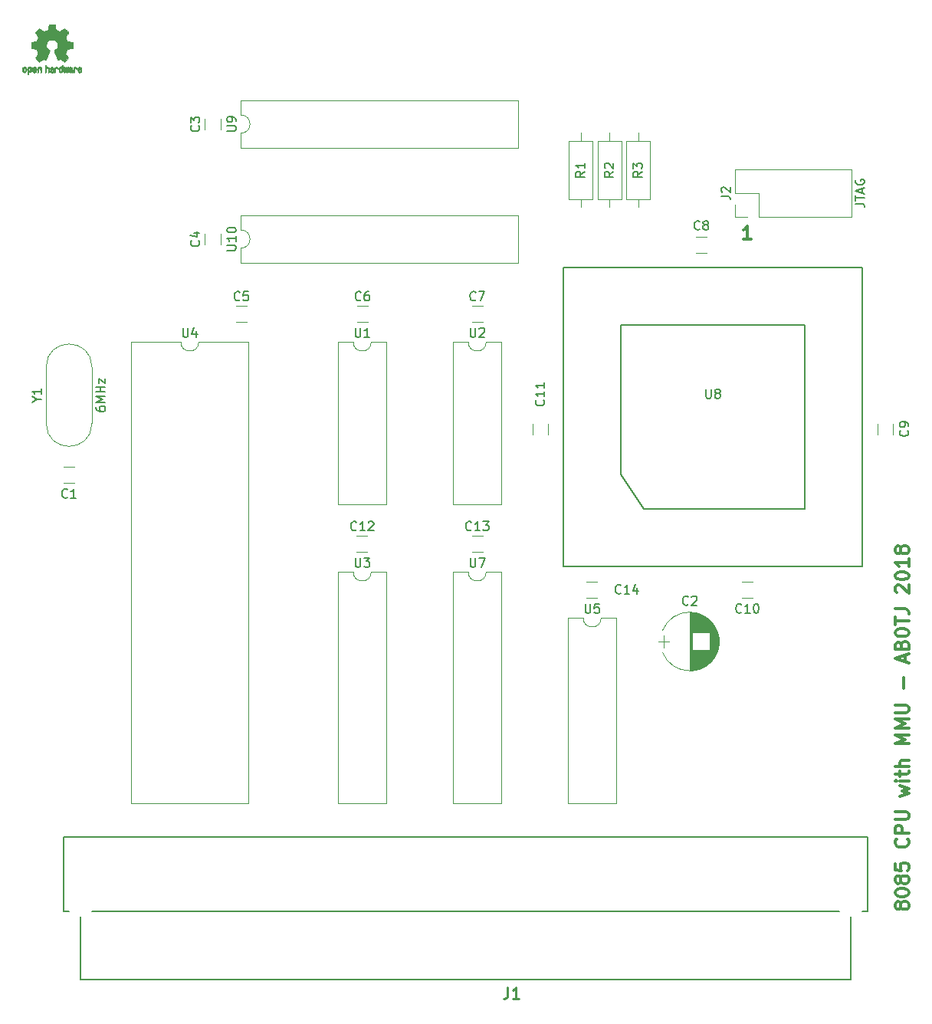
<source format=gbr>
G04 #@! TF.GenerationSoftware,KiCad,Pcbnew,(5.0.2)-1*
G04 #@! TF.CreationDate,2019-01-03T08:34:52-07:00*
G04 #@! TF.ProjectId,8085 CPU,38303835-2043-4505-952e-6b696361645f,rev?*
G04 #@! TF.SameCoordinates,Original*
G04 #@! TF.FileFunction,Legend,Top*
G04 #@! TF.FilePolarity,Positive*
%FSLAX46Y46*%
G04 Gerber Fmt 4.6, Leading zero omitted, Abs format (unit mm)*
G04 Created by KiCad (PCBNEW (5.0.2)-1) date 1/3/2019 8:34:52 AM*
%MOMM*%
%LPD*%
G01*
G04 APERTURE LIST*
%ADD10C,0.300000*%
%ADD11C,0.010000*%
%ADD12C,0.120000*%
%ADD13C,0.152400*%
%ADD14C,0.150000*%
%ADD15C,0.254000*%
G04 APERTURE END LIST*
D10*
X117931428Y-118210714D02*
X117860000Y-118353571D01*
X117788571Y-118425000D01*
X117645714Y-118496428D01*
X117574285Y-118496428D01*
X117431428Y-118425000D01*
X117360000Y-118353571D01*
X117288571Y-118210714D01*
X117288571Y-117925000D01*
X117360000Y-117782142D01*
X117431428Y-117710714D01*
X117574285Y-117639285D01*
X117645714Y-117639285D01*
X117788571Y-117710714D01*
X117860000Y-117782142D01*
X117931428Y-117925000D01*
X117931428Y-118210714D01*
X118002857Y-118353571D01*
X118074285Y-118425000D01*
X118217142Y-118496428D01*
X118502857Y-118496428D01*
X118645714Y-118425000D01*
X118717142Y-118353571D01*
X118788571Y-118210714D01*
X118788571Y-117925000D01*
X118717142Y-117782142D01*
X118645714Y-117710714D01*
X118502857Y-117639285D01*
X118217142Y-117639285D01*
X118074285Y-117710714D01*
X118002857Y-117782142D01*
X117931428Y-117925000D01*
X117288571Y-116710714D02*
X117288571Y-116567857D01*
X117360000Y-116425000D01*
X117431428Y-116353571D01*
X117574285Y-116282142D01*
X117860000Y-116210714D01*
X118217142Y-116210714D01*
X118502857Y-116282142D01*
X118645714Y-116353571D01*
X118717142Y-116425000D01*
X118788571Y-116567857D01*
X118788571Y-116710714D01*
X118717142Y-116853571D01*
X118645714Y-116925000D01*
X118502857Y-116996428D01*
X118217142Y-117067857D01*
X117860000Y-117067857D01*
X117574285Y-116996428D01*
X117431428Y-116925000D01*
X117360000Y-116853571D01*
X117288571Y-116710714D01*
X117931428Y-115353571D02*
X117860000Y-115496428D01*
X117788571Y-115567857D01*
X117645714Y-115639285D01*
X117574285Y-115639285D01*
X117431428Y-115567857D01*
X117360000Y-115496428D01*
X117288571Y-115353571D01*
X117288571Y-115067857D01*
X117360000Y-114925000D01*
X117431428Y-114853571D01*
X117574285Y-114782142D01*
X117645714Y-114782142D01*
X117788571Y-114853571D01*
X117860000Y-114925000D01*
X117931428Y-115067857D01*
X117931428Y-115353571D01*
X118002857Y-115496428D01*
X118074285Y-115567857D01*
X118217142Y-115639285D01*
X118502857Y-115639285D01*
X118645714Y-115567857D01*
X118717142Y-115496428D01*
X118788571Y-115353571D01*
X118788571Y-115067857D01*
X118717142Y-114925000D01*
X118645714Y-114853571D01*
X118502857Y-114782142D01*
X118217142Y-114782142D01*
X118074285Y-114853571D01*
X118002857Y-114925000D01*
X117931428Y-115067857D01*
X117288571Y-113425000D02*
X117288571Y-114139285D01*
X118002857Y-114210714D01*
X117931428Y-114139285D01*
X117860000Y-113996428D01*
X117860000Y-113639285D01*
X117931428Y-113496428D01*
X118002857Y-113425000D01*
X118145714Y-113353571D01*
X118502857Y-113353571D01*
X118645714Y-113425000D01*
X118717142Y-113496428D01*
X118788571Y-113639285D01*
X118788571Y-113996428D01*
X118717142Y-114139285D01*
X118645714Y-114210714D01*
X118645714Y-110710714D02*
X118717142Y-110782142D01*
X118788571Y-110996428D01*
X118788571Y-111139285D01*
X118717142Y-111353571D01*
X118574285Y-111496428D01*
X118431428Y-111567857D01*
X118145714Y-111639285D01*
X117931428Y-111639285D01*
X117645714Y-111567857D01*
X117502857Y-111496428D01*
X117360000Y-111353571D01*
X117288571Y-111139285D01*
X117288571Y-110996428D01*
X117360000Y-110782142D01*
X117431428Y-110710714D01*
X118788571Y-110067857D02*
X117288571Y-110067857D01*
X117288571Y-109496428D01*
X117360000Y-109353571D01*
X117431428Y-109282142D01*
X117574285Y-109210714D01*
X117788571Y-109210714D01*
X117931428Y-109282142D01*
X118002857Y-109353571D01*
X118074285Y-109496428D01*
X118074285Y-110067857D01*
X117288571Y-108567857D02*
X118502857Y-108567857D01*
X118645714Y-108496428D01*
X118717142Y-108425000D01*
X118788571Y-108282142D01*
X118788571Y-107996428D01*
X118717142Y-107853571D01*
X118645714Y-107782142D01*
X118502857Y-107710714D01*
X117288571Y-107710714D01*
X117788571Y-105996428D02*
X118788571Y-105710714D01*
X118074285Y-105425000D01*
X118788571Y-105139285D01*
X117788571Y-104853571D01*
X118788571Y-104282142D02*
X117788571Y-104282142D01*
X117288571Y-104282142D02*
X117360000Y-104353571D01*
X117431428Y-104282142D01*
X117360000Y-104210714D01*
X117288571Y-104282142D01*
X117431428Y-104282142D01*
X117788571Y-103782142D02*
X117788571Y-103210714D01*
X117288571Y-103567857D02*
X118574285Y-103567857D01*
X118717142Y-103496428D01*
X118788571Y-103353571D01*
X118788571Y-103210714D01*
X118788571Y-102710714D02*
X117288571Y-102710714D01*
X118788571Y-102067857D02*
X118002857Y-102067857D01*
X117860000Y-102139285D01*
X117788571Y-102282142D01*
X117788571Y-102496428D01*
X117860000Y-102639285D01*
X117931428Y-102710714D01*
X118788571Y-100210714D02*
X117288571Y-100210714D01*
X118360000Y-99710714D01*
X117288571Y-99210714D01*
X118788571Y-99210714D01*
X118788571Y-98496428D02*
X117288571Y-98496428D01*
X118360000Y-97996428D01*
X117288571Y-97496428D01*
X118788571Y-97496428D01*
X117288571Y-96782142D02*
X118502857Y-96782142D01*
X118645714Y-96710714D01*
X118717142Y-96639285D01*
X118788571Y-96496428D01*
X118788571Y-96210714D01*
X118717142Y-96067857D01*
X118645714Y-95996428D01*
X118502857Y-95925000D01*
X117288571Y-95925000D01*
X118217142Y-94067857D02*
X118217142Y-92925000D01*
X118360000Y-91139285D02*
X118360000Y-90425000D01*
X118788571Y-91282142D02*
X117288571Y-90782142D01*
X118788571Y-90282142D01*
X118002857Y-89282142D02*
X118074285Y-89067857D01*
X118145714Y-88996428D01*
X118288571Y-88925000D01*
X118502857Y-88925000D01*
X118645714Y-88996428D01*
X118717142Y-89067857D01*
X118788571Y-89210714D01*
X118788571Y-89782142D01*
X117288571Y-89782142D01*
X117288571Y-89282142D01*
X117360000Y-89139285D01*
X117431428Y-89067857D01*
X117574285Y-88996428D01*
X117717142Y-88996428D01*
X117860000Y-89067857D01*
X117931428Y-89139285D01*
X118002857Y-89282142D01*
X118002857Y-89782142D01*
X117288571Y-87996428D02*
X117288571Y-87853571D01*
X117360000Y-87710714D01*
X117431428Y-87639285D01*
X117574285Y-87567857D01*
X117860000Y-87496428D01*
X118217142Y-87496428D01*
X118502857Y-87567857D01*
X118645714Y-87639285D01*
X118717142Y-87710714D01*
X118788571Y-87853571D01*
X118788571Y-87996428D01*
X118717142Y-88139285D01*
X118645714Y-88210714D01*
X118502857Y-88282142D01*
X118217142Y-88353571D01*
X117860000Y-88353571D01*
X117574285Y-88282142D01*
X117431428Y-88210714D01*
X117360000Y-88139285D01*
X117288571Y-87996428D01*
X117288571Y-87067857D02*
X117288571Y-86210714D01*
X118788571Y-86639285D02*
X117288571Y-86639285D01*
X117288571Y-85282142D02*
X118360000Y-85282142D01*
X118574285Y-85353571D01*
X118717142Y-85496428D01*
X118788571Y-85710714D01*
X118788571Y-85853571D01*
X117431428Y-83496428D02*
X117360000Y-83425000D01*
X117288571Y-83282142D01*
X117288571Y-82925000D01*
X117360000Y-82782142D01*
X117431428Y-82710714D01*
X117574285Y-82639285D01*
X117717142Y-82639285D01*
X117931428Y-82710714D01*
X118788571Y-83567857D01*
X118788571Y-82639285D01*
X117288571Y-81710714D02*
X117288571Y-81567857D01*
X117360000Y-81425000D01*
X117431428Y-81353571D01*
X117574285Y-81282142D01*
X117860000Y-81210714D01*
X118217142Y-81210714D01*
X118502857Y-81282142D01*
X118645714Y-81353571D01*
X118717142Y-81425000D01*
X118788571Y-81567857D01*
X118788571Y-81710714D01*
X118717142Y-81853571D01*
X118645714Y-81925000D01*
X118502857Y-81996428D01*
X118217142Y-82067857D01*
X117860000Y-82067857D01*
X117574285Y-81996428D01*
X117431428Y-81925000D01*
X117360000Y-81853571D01*
X117288571Y-81710714D01*
X118788571Y-79782142D02*
X118788571Y-80639285D01*
X118788571Y-80210714D02*
X117288571Y-80210714D01*
X117502857Y-80353571D01*
X117645714Y-80496428D01*
X117717142Y-80639285D01*
X117931428Y-78925000D02*
X117860000Y-79067857D01*
X117788571Y-79139285D01*
X117645714Y-79210714D01*
X117574285Y-79210714D01*
X117431428Y-79139285D01*
X117360000Y-79067857D01*
X117288571Y-78925000D01*
X117288571Y-78639285D01*
X117360000Y-78496428D01*
X117431428Y-78425000D01*
X117574285Y-78353571D01*
X117645714Y-78353571D01*
X117788571Y-78425000D01*
X117860000Y-78496428D01*
X117931428Y-78639285D01*
X117931428Y-78925000D01*
X118002857Y-79067857D01*
X118074285Y-79139285D01*
X118217142Y-79210714D01*
X118502857Y-79210714D01*
X118645714Y-79139285D01*
X118717142Y-79067857D01*
X118788571Y-78925000D01*
X118788571Y-78639285D01*
X118717142Y-78496428D01*
X118645714Y-78425000D01*
X118502857Y-78353571D01*
X118217142Y-78353571D01*
X118074285Y-78425000D01*
X118002857Y-78496428D01*
X117931428Y-78639285D01*
X101393571Y-44493571D02*
X100536428Y-44493571D01*
X100965000Y-44493571D02*
X100965000Y-42993571D01*
X100822142Y-43207857D01*
X100679285Y-43350714D01*
X100536428Y-43422142D01*
D11*
G04 #@! TO.C,REF\002A\002A\002A*
G36*
X21729744Y-25414918D02*
X21785201Y-25442568D01*
X21834148Y-25493480D01*
X21847629Y-25512338D01*
X21862314Y-25537015D01*
X21871842Y-25563816D01*
X21877293Y-25599587D01*
X21879747Y-25651169D01*
X21880286Y-25719267D01*
X21877852Y-25812588D01*
X21869394Y-25882657D01*
X21853174Y-25934931D01*
X21827454Y-25974869D01*
X21790497Y-26007929D01*
X21787782Y-26009886D01*
X21751360Y-26029908D01*
X21707502Y-26039815D01*
X21651724Y-26042257D01*
X21561048Y-26042257D01*
X21561010Y-26130283D01*
X21560166Y-26179308D01*
X21555024Y-26208065D01*
X21541587Y-26225311D01*
X21515858Y-26239808D01*
X21509679Y-26242769D01*
X21480764Y-26256648D01*
X21458376Y-26265414D01*
X21441729Y-26266171D01*
X21430036Y-26256023D01*
X21422510Y-26232073D01*
X21418366Y-26191426D01*
X21416815Y-26131186D01*
X21417071Y-26048455D01*
X21418349Y-25940339D01*
X21418748Y-25908000D01*
X21420185Y-25796524D01*
X21421472Y-25723603D01*
X21560971Y-25723603D01*
X21561755Y-25785499D01*
X21565240Y-25825997D01*
X21573124Y-25852708D01*
X21587105Y-25873244D01*
X21596597Y-25883260D01*
X21635404Y-25912567D01*
X21669763Y-25914952D01*
X21705216Y-25890750D01*
X21706114Y-25889857D01*
X21720539Y-25871153D01*
X21729313Y-25845732D01*
X21733739Y-25806584D01*
X21735118Y-25746697D01*
X21735143Y-25733430D01*
X21731812Y-25650901D01*
X21720969Y-25593691D01*
X21701340Y-25558766D01*
X21671650Y-25543094D01*
X21654491Y-25541514D01*
X21613766Y-25548926D01*
X21585832Y-25573330D01*
X21569017Y-25617980D01*
X21561650Y-25686130D01*
X21560971Y-25723603D01*
X21421472Y-25723603D01*
X21421708Y-25710245D01*
X21423677Y-25645333D01*
X21426450Y-25597958D01*
X21430388Y-25564290D01*
X21435849Y-25540498D01*
X21443192Y-25522753D01*
X21452777Y-25507224D01*
X21456887Y-25501381D01*
X21511405Y-25446185D01*
X21580336Y-25414890D01*
X21660072Y-25406165D01*
X21729744Y-25414918D01*
X21729744Y-25414918D01*
G37*
X21729744Y-25414918D02*
X21785201Y-25442568D01*
X21834148Y-25493480D01*
X21847629Y-25512338D01*
X21862314Y-25537015D01*
X21871842Y-25563816D01*
X21877293Y-25599587D01*
X21879747Y-25651169D01*
X21880286Y-25719267D01*
X21877852Y-25812588D01*
X21869394Y-25882657D01*
X21853174Y-25934931D01*
X21827454Y-25974869D01*
X21790497Y-26007929D01*
X21787782Y-26009886D01*
X21751360Y-26029908D01*
X21707502Y-26039815D01*
X21651724Y-26042257D01*
X21561048Y-26042257D01*
X21561010Y-26130283D01*
X21560166Y-26179308D01*
X21555024Y-26208065D01*
X21541587Y-26225311D01*
X21515858Y-26239808D01*
X21509679Y-26242769D01*
X21480764Y-26256648D01*
X21458376Y-26265414D01*
X21441729Y-26266171D01*
X21430036Y-26256023D01*
X21422510Y-26232073D01*
X21418366Y-26191426D01*
X21416815Y-26131186D01*
X21417071Y-26048455D01*
X21418349Y-25940339D01*
X21418748Y-25908000D01*
X21420185Y-25796524D01*
X21421472Y-25723603D01*
X21560971Y-25723603D01*
X21561755Y-25785499D01*
X21565240Y-25825997D01*
X21573124Y-25852708D01*
X21587105Y-25873244D01*
X21596597Y-25883260D01*
X21635404Y-25912567D01*
X21669763Y-25914952D01*
X21705216Y-25890750D01*
X21706114Y-25889857D01*
X21720539Y-25871153D01*
X21729313Y-25845732D01*
X21733739Y-25806584D01*
X21735118Y-25746697D01*
X21735143Y-25733430D01*
X21731812Y-25650901D01*
X21720969Y-25593691D01*
X21701340Y-25558766D01*
X21671650Y-25543094D01*
X21654491Y-25541514D01*
X21613766Y-25548926D01*
X21585832Y-25573330D01*
X21569017Y-25617980D01*
X21561650Y-25686130D01*
X21560971Y-25723603D01*
X21421472Y-25723603D01*
X21421708Y-25710245D01*
X21423677Y-25645333D01*
X21426450Y-25597958D01*
X21430388Y-25564290D01*
X21435849Y-25540498D01*
X21443192Y-25522753D01*
X21452777Y-25507224D01*
X21456887Y-25501381D01*
X21511405Y-25446185D01*
X21580336Y-25414890D01*
X21660072Y-25406165D01*
X21729744Y-25414918D01*
G36*
X22846093Y-25422780D02*
X22892672Y-25449723D01*
X22925057Y-25476466D01*
X22948742Y-25504484D01*
X22965059Y-25538748D01*
X22975339Y-25584227D01*
X22980914Y-25645892D01*
X22983116Y-25728711D01*
X22983371Y-25788246D01*
X22983371Y-26007391D01*
X22921686Y-26035044D01*
X22860000Y-26062697D01*
X22852743Y-25822670D01*
X22849744Y-25733028D01*
X22846598Y-25667962D01*
X22842701Y-25623026D01*
X22837447Y-25593770D01*
X22830231Y-25575748D01*
X22820450Y-25564511D01*
X22817312Y-25562079D01*
X22769761Y-25543083D01*
X22721697Y-25550600D01*
X22693086Y-25570543D01*
X22681447Y-25584675D01*
X22673391Y-25603220D01*
X22668271Y-25631334D01*
X22665441Y-25674173D01*
X22664256Y-25736895D01*
X22664057Y-25802261D01*
X22664018Y-25884268D01*
X22662614Y-25942316D01*
X22657914Y-25981465D01*
X22647987Y-26006780D01*
X22630903Y-26023323D01*
X22604732Y-26036156D01*
X22569775Y-26049491D01*
X22531596Y-26064007D01*
X22536141Y-25806389D01*
X22537971Y-25713519D01*
X22540112Y-25644889D01*
X22543181Y-25595711D01*
X22547794Y-25561198D01*
X22554568Y-25536562D01*
X22564119Y-25517016D01*
X22575634Y-25499770D01*
X22631190Y-25444680D01*
X22698980Y-25412822D01*
X22772713Y-25405191D01*
X22846093Y-25422780D01*
X22846093Y-25422780D01*
G37*
X22846093Y-25422780D02*
X22892672Y-25449723D01*
X22925057Y-25476466D01*
X22948742Y-25504484D01*
X22965059Y-25538748D01*
X22975339Y-25584227D01*
X22980914Y-25645892D01*
X22983116Y-25728711D01*
X22983371Y-25788246D01*
X22983371Y-26007391D01*
X22921686Y-26035044D01*
X22860000Y-26062697D01*
X22852743Y-25822670D01*
X22849744Y-25733028D01*
X22846598Y-25667962D01*
X22842701Y-25623026D01*
X22837447Y-25593770D01*
X22830231Y-25575748D01*
X22820450Y-25564511D01*
X22817312Y-25562079D01*
X22769761Y-25543083D01*
X22721697Y-25550600D01*
X22693086Y-25570543D01*
X22681447Y-25584675D01*
X22673391Y-25603220D01*
X22668271Y-25631334D01*
X22665441Y-25674173D01*
X22664256Y-25736895D01*
X22664057Y-25802261D01*
X22664018Y-25884268D01*
X22662614Y-25942316D01*
X22657914Y-25981465D01*
X22647987Y-26006780D01*
X22630903Y-26023323D01*
X22604732Y-26036156D01*
X22569775Y-26049491D01*
X22531596Y-26064007D01*
X22536141Y-25806389D01*
X22537971Y-25713519D01*
X22540112Y-25644889D01*
X22543181Y-25595711D01*
X22547794Y-25561198D01*
X22554568Y-25536562D01*
X22564119Y-25517016D01*
X22575634Y-25499770D01*
X22631190Y-25444680D01*
X22698980Y-25412822D01*
X22772713Y-25405191D01*
X22846093Y-25422780D01*
G36*
X21171115Y-25416962D02*
X21239145Y-25452733D01*
X21289351Y-25510301D01*
X21307185Y-25547312D01*
X21321063Y-25602882D01*
X21328167Y-25673096D01*
X21328840Y-25749727D01*
X21323427Y-25824552D01*
X21312270Y-25889342D01*
X21295714Y-25935873D01*
X21290626Y-25943887D01*
X21230355Y-26003707D01*
X21158769Y-26039535D01*
X21081092Y-26050020D01*
X21002548Y-26033810D01*
X20980689Y-26024092D01*
X20938122Y-25994143D01*
X20900763Y-25954433D01*
X20897232Y-25949397D01*
X20882881Y-25925124D01*
X20873394Y-25899178D01*
X20867790Y-25865022D01*
X20865086Y-25816119D01*
X20864299Y-25745935D01*
X20864286Y-25730200D01*
X20864322Y-25725192D01*
X21009429Y-25725192D01*
X21010273Y-25791430D01*
X21013596Y-25835386D01*
X21020583Y-25863779D01*
X21032416Y-25883325D01*
X21038457Y-25889857D01*
X21073186Y-25914680D01*
X21106903Y-25913548D01*
X21140995Y-25892016D01*
X21161329Y-25869029D01*
X21173371Y-25835478D01*
X21180134Y-25782569D01*
X21180598Y-25776399D01*
X21181752Y-25680513D01*
X21169688Y-25609299D01*
X21144570Y-25563194D01*
X21106560Y-25542635D01*
X21092992Y-25541514D01*
X21057364Y-25547152D01*
X21032994Y-25566686D01*
X21018093Y-25604042D01*
X21010875Y-25663150D01*
X21009429Y-25725192D01*
X20864322Y-25725192D01*
X20864826Y-25655413D01*
X20867096Y-25603159D01*
X20872068Y-25566949D01*
X20880713Y-25540299D01*
X20894005Y-25516722D01*
X20896943Y-25512338D01*
X20946313Y-25453249D01*
X21000109Y-25418947D01*
X21065602Y-25405331D01*
X21087842Y-25404665D01*
X21171115Y-25416962D01*
X21171115Y-25416962D01*
G37*
X21171115Y-25416962D02*
X21239145Y-25452733D01*
X21289351Y-25510301D01*
X21307185Y-25547312D01*
X21321063Y-25602882D01*
X21328167Y-25673096D01*
X21328840Y-25749727D01*
X21323427Y-25824552D01*
X21312270Y-25889342D01*
X21295714Y-25935873D01*
X21290626Y-25943887D01*
X21230355Y-26003707D01*
X21158769Y-26039535D01*
X21081092Y-26050020D01*
X21002548Y-26033810D01*
X20980689Y-26024092D01*
X20938122Y-25994143D01*
X20900763Y-25954433D01*
X20897232Y-25949397D01*
X20882881Y-25925124D01*
X20873394Y-25899178D01*
X20867790Y-25865022D01*
X20865086Y-25816119D01*
X20864299Y-25745935D01*
X20864286Y-25730200D01*
X20864322Y-25725192D01*
X21009429Y-25725192D01*
X21010273Y-25791430D01*
X21013596Y-25835386D01*
X21020583Y-25863779D01*
X21032416Y-25883325D01*
X21038457Y-25889857D01*
X21073186Y-25914680D01*
X21106903Y-25913548D01*
X21140995Y-25892016D01*
X21161329Y-25869029D01*
X21173371Y-25835478D01*
X21180134Y-25782569D01*
X21180598Y-25776399D01*
X21181752Y-25680513D01*
X21169688Y-25609299D01*
X21144570Y-25563194D01*
X21106560Y-25542635D01*
X21092992Y-25541514D01*
X21057364Y-25547152D01*
X21032994Y-25566686D01*
X21018093Y-25604042D01*
X21010875Y-25663150D01*
X21009429Y-25725192D01*
X20864322Y-25725192D01*
X20864826Y-25655413D01*
X20867096Y-25603159D01*
X20872068Y-25566949D01*
X20880713Y-25540299D01*
X20894005Y-25516722D01*
X20896943Y-25512338D01*
X20946313Y-25453249D01*
X21000109Y-25418947D01*
X21065602Y-25405331D01*
X21087842Y-25404665D01*
X21171115Y-25416962D01*
G36*
X22298303Y-25426239D02*
X22355527Y-25464735D01*
X22399749Y-25520335D01*
X22426167Y-25591086D01*
X22431510Y-25643162D01*
X22430903Y-25664893D01*
X22425822Y-25681531D01*
X22411855Y-25696437D01*
X22384589Y-25712973D01*
X22339612Y-25734498D01*
X22272511Y-25764374D01*
X22272171Y-25764524D01*
X22210407Y-25792813D01*
X22159759Y-25817933D01*
X22125404Y-25837179D01*
X22112518Y-25847848D01*
X22112514Y-25847934D01*
X22123872Y-25871166D01*
X22150431Y-25896774D01*
X22180923Y-25915221D01*
X22196370Y-25918886D01*
X22238515Y-25906212D01*
X22274808Y-25874471D01*
X22292517Y-25839572D01*
X22309552Y-25813845D01*
X22342922Y-25784546D01*
X22382149Y-25759235D01*
X22416756Y-25745471D01*
X22423993Y-25744714D01*
X22432139Y-25757160D01*
X22432630Y-25788972D01*
X22426643Y-25831866D01*
X22415357Y-25877558D01*
X22399950Y-25917761D01*
X22399171Y-25919322D01*
X22352804Y-25984062D01*
X22292711Y-26028097D01*
X22224465Y-26049711D01*
X22153638Y-26047185D01*
X22085804Y-26018804D01*
X22082788Y-26016808D01*
X22029427Y-25968448D01*
X21994340Y-25905352D01*
X21974922Y-25822387D01*
X21972316Y-25799078D01*
X21967701Y-25689055D01*
X21973233Y-25637748D01*
X22112514Y-25637748D01*
X22114324Y-25669753D01*
X22124222Y-25679093D01*
X22148898Y-25672105D01*
X22187795Y-25655587D01*
X22231275Y-25634881D01*
X22232356Y-25634333D01*
X22269209Y-25614949D01*
X22284000Y-25602013D01*
X22280353Y-25588451D01*
X22264995Y-25570632D01*
X22225923Y-25544845D01*
X22183846Y-25542950D01*
X22146103Y-25561717D01*
X22120034Y-25597915D01*
X22112514Y-25637748D01*
X21973233Y-25637748D01*
X21977194Y-25601027D01*
X22001550Y-25531212D01*
X22035456Y-25482302D01*
X22096653Y-25432878D01*
X22164063Y-25408359D01*
X22232880Y-25406797D01*
X22298303Y-25426239D01*
X22298303Y-25426239D01*
G37*
X22298303Y-25426239D02*
X22355527Y-25464735D01*
X22399749Y-25520335D01*
X22426167Y-25591086D01*
X22431510Y-25643162D01*
X22430903Y-25664893D01*
X22425822Y-25681531D01*
X22411855Y-25696437D01*
X22384589Y-25712973D01*
X22339612Y-25734498D01*
X22272511Y-25764374D01*
X22272171Y-25764524D01*
X22210407Y-25792813D01*
X22159759Y-25817933D01*
X22125404Y-25837179D01*
X22112518Y-25847848D01*
X22112514Y-25847934D01*
X22123872Y-25871166D01*
X22150431Y-25896774D01*
X22180923Y-25915221D01*
X22196370Y-25918886D01*
X22238515Y-25906212D01*
X22274808Y-25874471D01*
X22292517Y-25839572D01*
X22309552Y-25813845D01*
X22342922Y-25784546D01*
X22382149Y-25759235D01*
X22416756Y-25745471D01*
X22423993Y-25744714D01*
X22432139Y-25757160D01*
X22432630Y-25788972D01*
X22426643Y-25831866D01*
X22415357Y-25877558D01*
X22399950Y-25917761D01*
X22399171Y-25919322D01*
X22352804Y-25984062D01*
X22292711Y-26028097D01*
X22224465Y-26049711D01*
X22153638Y-26047185D01*
X22085804Y-26018804D01*
X22082788Y-26016808D01*
X22029427Y-25968448D01*
X21994340Y-25905352D01*
X21974922Y-25822387D01*
X21972316Y-25799078D01*
X21967701Y-25689055D01*
X21973233Y-25637748D01*
X22112514Y-25637748D01*
X22114324Y-25669753D01*
X22124222Y-25679093D01*
X22148898Y-25672105D01*
X22187795Y-25655587D01*
X22231275Y-25634881D01*
X22232356Y-25634333D01*
X22269209Y-25614949D01*
X22284000Y-25602013D01*
X22280353Y-25588451D01*
X22264995Y-25570632D01*
X22225923Y-25544845D01*
X22183846Y-25542950D01*
X22146103Y-25561717D01*
X22120034Y-25597915D01*
X22112514Y-25637748D01*
X21973233Y-25637748D01*
X21977194Y-25601027D01*
X22001550Y-25531212D01*
X22035456Y-25482302D01*
X22096653Y-25432878D01*
X22164063Y-25408359D01*
X22232880Y-25406797D01*
X22298303Y-25426239D01*
G36*
X23505886Y-25346289D02*
X23510139Y-25405613D01*
X23515025Y-25440572D01*
X23521795Y-25455820D01*
X23531702Y-25456015D01*
X23534914Y-25454195D01*
X23577644Y-25441015D01*
X23633227Y-25441785D01*
X23689737Y-25455333D01*
X23725082Y-25472861D01*
X23761321Y-25500861D01*
X23787813Y-25532549D01*
X23805999Y-25572813D01*
X23817322Y-25626543D01*
X23823222Y-25698626D01*
X23825143Y-25793951D01*
X23825177Y-25812237D01*
X23825200Y-26017646D01*
X23779491Y-26033580D01*
X23747027Y-26044420D01*
X23729215Y-26049468D01*
X23728691Y-26049514D01*
X23726937Y-26035828D01*
X23725444Y-25998076D01*
X23724326Y-25941224D01*
X23723697Y-25870234D01*
X23723600Y-25827073D01*
X23723398Y-25741973D01*
X23722358Y-25680981D01*
X23719831Y-25639177D01*
X23715164Y-25611642D01*
X23707707Y-25593456D01*
X23696811Y-25579698D01*
X23690007Y-25573073D01*
X23643272Y-25546375D01*
X23592272Y-25544375D01*
X23546001Y-25566955D01*
X23537444Y-25575107D01*
X23524893Y-25590436D01*
X23516188Y-25608618D01*
X23510631Y-25634909D01*
X23507526Y-25674562D01*
X23506176Y-25732832D01*
X23505886Y-25813173D01*
X23505886Y-26017646D01*
X23460177Y-26033580D01*
X23427713Y-26044420D01*
X23409901Y-26049468D01*
X23409377Y-26049514D01*
X23408037Y-26035623D01*
X23406828Y-25996439D01*
X23405801Y-25935700D01*
X23405002Y-25857141D01*
X23404481Y-25764498D01*
X23404286Y-25661509D01*
X23404286Y-25264342D01*
X23451457Y-25244444D01*
X23498629Y-25224547D01*
X23505886Y-25346289D01*
X23505886Y-25346289D01*
G37*
X23505886Y-25346289D02*
X23510139Y-25405613D01*
X23515025Y-25440572D01*
X23521795Y-25455820D01*
X23531702Y-25456015D01*
X23534914Y-25454195D01*
X23577644Y-25441015D01*
X23633227Y-25441785D01*
X23689737Y-25455333D01*
X23725082Y-25472861D01*
X23761321Y-25500861D01*
X23787813Y-25532549D01*
X23805999Y-25572813D01*
X23817322Y-25626543D01*
X23823222Y-25698626D01*
X23825143Y-25793951D01*
X23825177Y-25812237D01*
X23825200Y-26017646D01*
X23779491Y-26033580D01*
X23747027Y-26044420D01*
X23729215Y-26049468D01*
X23728691Y-26049514D01*
X23726937Y-26035828D01*
X23725444Y-25998076D01*
X23724326Y-25941224D01*
X23723697Y-25870234D01*
X23723600Y-25827073D01*
X23723398Y-25741973D01*
X23722358Y-25680981D01*
X23719831Y-25639177D01*
X23715164Y-25611642D01*
X23707707Y-25593456D01*
X23696811Y-25579698D01*
X23690007Y-25573073D01*
X23643272Y-25546375D01*
X23592272Y-25544375D01*
X23546001Y-25566955D01*
X23537444Y-25575107D01*
X23524893Y-25590436D01*
X23516188Y-25608618D01*
X23510631Y-25634909D01*
X23507526Y-25674562D01*
X23506176Y-25732832D01*
X23505886Y-25813173D01*
X23505886Y-26017646D01*
X23460177Y-26033580D01*
X23427713Y-26044420D01*
X23409901Y-26049468D01*
X23409377Y-26049514D01*
X23408037Y-26035623D01*
X23406828Y-25996439D01*
X23405801Y-25935700D01*
X23405002Y-25857141D01*
X23404481Y-25764498D01*
X23404286Y-25661509D01*
X23404286Y-25264342D01*
X23451457Y-25244444D01*
X23498629Y-25224547D01*
X23505886Y-25346289D01*
G36*
X24169744Y-25445968D02*
X24226616Y-25467087D01*
X24227267Y-25467493D01*
X24262440Y-25493380D01*
X24288407Y-25523633D01*
X24306670Y-25563058D01*
X24318732Y-25616462D01*
X24326096Y-25688651D01*
X24330264Y-25784432D01*
X24330629Y-25798078D01*
X24335876Y-26003842D01*
X24291716Y-26026678D01*
X24259763Y-26042110D01*
X24240470Y-26049423D01*
X24239578Y-26049514D01*
X24236239Y-26036022D01*
X24233587Y-25999626D01*
X24231956Y-25946452D01*
X24231600Y-25903393D01*
X24231592Y-25833641D01*
X24228403Y-25789837D01*
X24217288Y-25768944D01*
X24193501Y-25767925D01*
X24152296Y-25783741D01*
X24090086Y-25812815D01*
X24044341Y-25836963D01*
X24020813Y-25857913D01*
X24013896Y-25880747D01*
X24013886Y-25881877D01*
X24025299Y-25921212D01*
X24059092Y-25942462D01*
X24110809Y-25945539D01*
X24148061Y-25945006D01*
X24167703Y-25955735D01*
X24179952Y-25981505D01*
X24187002Y-26014337D01*
X24176842Y-26032966D01*
X24173017Y-26035632D01*
X24137001Y-26046340D01*
X24086566Y-26047856D01*
X24034626Y-26040759D01*
X23997822Y-26027788D01*
X23946938Y-25984585D01*
X23918014Y-25924446D01*
X23912286Y-25877462D01*
X23916657Y-25835082D01*
X23932475Y-25800488D01*
X23963797Y-25769763D01*
X24014678Y-25738990D01*
X24089176Y-25704252D01*
X24093714Y-25702288D01*
X24160821Y-25671287D01*
X24202232Y-25645862D01*
X24219981Y-25623014D01*
X24216107Y-25599745D01*
X24192643Y-25573056D01*
X24185627Y-25566914D01*
X24138630Y-25543100D01*
X24089933Y-25544103D01*
X24047522Y-25567451D01*
X24019384Y-25610675D01*
X24016769Y-25619160D01*
X23991308Y-25660308D01*
X23959001Y-25680128D01*
X23912286Y-25699770D01*
X23912286Y-25648950D01*
X23926496Y-25575082D01*
X23968675Y-25507327D01*
X23990624Y-25484661D01*
X24040517Y-25455569D01*
X24103967Y-25442400D01*
X24169744Y-25445968D01*
X24169744Y-25445968D01*
G37*
X24169744Y-25445968D02*
X24226616Y-25467087D01*
X24227267Y-25467493D01*
X24262440Y-25493380D01*
X24288407Y-25523633D01*
X24306670Y-25563058D01*
X24318732Y-25616462D01*
X24326096Y-25688651D01*
X24330264Y-25784432D01*
X24330629Y-25798078D01*
X24335876Y-26003842D01*
X24291716Y-26026678D01*
X24259763Y-26042110D01*
X24240470Y-26049423D01*
X24239578Y-26049514D01*
X24236239Y-26036022D01*
X24233587Y-25999626D01*
X24231956Y-25946452D01*
X24231600Y-25903393D01*
X24231592Y-25833641D01*
X24228403Y-25789837D01*
X24217288Y-25768944D01*
X24193501Y-25767925D01*
X24152296Y-25783741D01*
X24090086Y-25812815D01*
X24044341Y-25836963D01*
X24020813Y-25857913D01*
X24013896Y-25880747D01*
X24013886Y-25881877D01*
X24025299Y-25921212D01*
X24059092Y-25942462D01*
X24110809Y-25945539D01*
X24148061Y-25945006D01*
X24167703Y-25955735D01*
X24179952Y-25981505D01*
X24187002Y-26014337D01*
X24176842Y-26032966D01*
X24173017Y-26035632D01*
X24137001Y-26046340D01*
X24086566Y-26047856D01*
X24034626Y-26040759D01*
X23997822Y-26027788D01*
X23946938Y-25984585D01*
X23918014Y-25924446D01*
X23912286Y-25877462D01*
X23916657Y-25835082D01*
X23932475Y-25800488D01*
X23963797Y-25769763D01*
X24014678Y-25738990D01*
X24089176Y-25704252D01*
X24093714Y-25702288D01*
X24160821Y-25671287D01*
X24202232Y-25645862D01*
X24219981Y-25623014D01*
X24216107Y-25599745D01*
X24192643Y-25573056D01*
X24185627Y-25566914D01*
X24138630Y-25543100D01*
X24089933Y-25544103D01*
X24047522Y-25567451D01*
X24019384Y-25610675D01*
X24016769Y-25619160D01*
X23991308Y-25660308D01*
X23959001Y-25680128D01*
X23912286Y-25699770D01*
X23912286Y-25648950D01*
X23926496Y-25575082D01*
X23968675Y-25507327D01*
X23990624Y-25484661D01*
X24040517Y-25455569D01*
X24103967Y-25442400D01*
X24169744Y-25445968D01*
G36*
X24659926Y-25444755D02*
X24725858Y-25469084D01*
X24779273Y-25512117D01*
X24800164Y-25542409D01*
X24822939Y-25597994D01*
X24822466Y-25638186D01*
X24798562Y-25665217D01*
X24789717Y-25669813D01*
X24751530Y-25684144D01*
X24732028Y-25680472D01*
X24725422Y-25656407D01*
X24725086Y-25643114D01*
X24712992Y-25594210D01*
X24681471Y-25559999D01*
X24637659Y-25543476D01*
X24588695Y-25547634D01*
X24548894Y-25569227D01*
X24535450Y-25581544D01*
X24525921Y-25596487D01*
X24519485Y-25619075D01*
X24515317Y-25654328D01*
X24512597Y-25707266D01*
X24510502Y-25782907D01*
X24509960Y-25806857D01*
X24507981Y-25888790D01*
X24505731Y-25946455D01*
X24502357Y-25984608D01*
X24497006Y-26008004D01*
X24488824Y-26021398D01*
X24476959Y-26029545D01*
X24469362Y-26033144D01*
X24437102Y-26045452D01*
X24418111Y-26049514D01*
X24411836Y-26035948D01*
X24408006Y-25994934D01*
X24406600Y-25925999D01*
X24407598Y-25828669D01*
X24407908Y-25813657D01*
X24410101Y-25724859D01*
X24412693Y-25660019D01*
X24416382Y-25614067D01*
X24421864Y-25581935D01*
X24429835Y-25558553D01*
X24440993Y-25538852D01*
X24446830Y-25530410D01*
X24480296Y-25493057D01*
X24517727Y-25464003D01*
X24522309Y-25461467D01*
X24589426Y-25441443D01*
X24659926Y-25444755D01*
X24659926Y-25444755D01*
G37*
X24659926Y-25444755D02*
X24725858Y-25469084D01*
X24779273Y-25512117D01*
X24800164Y-25542409D01*
X24822939Y-25597994D01*
X24822466Y-25638186D01*
X24798562Y-25665217D01*
X24789717Y-25669813D01*
X24751530Y-25684144D01*
X24732028Y-25680472D01*
X24725422Y-25656407D01*
X24725086Y-25643114D01*
X24712992Y-25594210D01*
X24681471Y-25559999D01*
X24637659Y-25543476D01*
X24588695Y-25547634D01*
X24548894Y-25569227D01*
X24535450Y-25581544D01*
X24525921Y-25596487D01*
X24519485Y-25619075D01*
X24515317Y-25654328D01*
X24512597Y-25707266D01*
X24510502Y-25782907D01*
X24509960Y-25806857D01*
X24507981Y-25888790D01*
X24505731Y-25946455D01*
X24502357Y-25984608D01*
X24497006Y-26008004D01*
X24488824Y-26021398D01*
X24476959Y-26029545D01*
X24469362Y-26033144D01*
X24437102Y-26045452D01*
X24418111Y-26049514D01*
X24411836Y-26035948D01*
X24408006Y-25994934D01*
X24406600Y-25925999D01*
X24407598Y-25828669D01*
X24407908Y-25813657D01*
X24410101Y-25724859D01*
X24412693Y-25660019D01*
X24416382Y-25614067D01*
X24421864Y-25581935D01*
X24429835Y-25558553D01*
X24440993Y-25538852D01*
X24446830Y-25530410D01*
X24480296Y-25493057D01*
X24517727Y-25464003D01*
X24522309Y-25461467D01*
X24589426Y-25441443D01*
X24659926Y-25444755D01*
G36*
X25320117Y-25560358D02*
X25319933Y-25668837D01*
X25319219Y-25752287D01*
X25317675Y-25814704D01*
X25315001Y-25860085D01*
X25310894Y-25892429D01*
X25305055Y-25915733D01*
X25297182Y-25933995D01*
X25291221Y-25944418D01*
X25241855Y-26000945D01*
X25179264Y-26036377D01*
X25110013Y-26049090D01*
X25040668Y-26037463D01*
X24999375Y-26016568D01*
X24956025Y-25980422D01*
X24926481Y-25936276D01*
X24908655Y-25878462D01*
X24900463Y-25801313D01*
X24899302Y-25744714D01*
X24899458Y-25740647D01*
X25000857Y-25740647D01*
X25001476Y-25805550D01*
X25004314Y-25848514D01*
X25010840Y-25876622D01*
X25022523Y-25896953D01*
X25036483Y-25912288D01*
X25083365Y-25941890D01*
X25133701Y-25944419D01*
X25181276Y-25919705D01*
X25184979Y-25916356D01*
X25200783Y-25898935D01*
X25210693Y-25878209D01*
X25216058Y-25847362D01*
X25218228Y-25799577D01*
X25218571Y-25746748D01*
X25217827Y-25680381D01*
X25214748Y-25636106D01*
X25208061Y-25607009D01*
X25196496Y-25586173D01*
X25187013Y-25575107D01*
X25142960Y-25547198D01*
X25092224Y-25543843D01*
X25043796Y-25565159D01*
X25034450Y-25573073D01*
X25018540Y-25590647D01*
X25008610Y-25611587D01*
X25003278Y-25642782D01*
X25001163Y-25691122D01*
X25000857Y-25740647D01*
X24899458Y-25740647D01*
X24902810Y-25653568D01*
X24914726Y-25585086D01*
X24937135Y-25533600D01*
X24972124Y-25493443D01*
X24999375Y-25472861D01*
X25048907Y-25450625D01*
X25106316Y-25440304D01*
X25159682Y-25443067D01*
X25189543Y-25454212D01*
X25201261Y-25457383D01*
X25209037Y-25445557D01*
X25214465Y-25413866D01*
X25218571Y-25365593D01*
X25223067Y-25311829D01*
X25229313Y-25279482D01*
X25240676Y-25260985D01*
X25260528Y-25248770D01*
X25273000Y-25243362D01*
X25320171Y-25223601D01*
X25320117Y-25560358D01*
X25320117Y-25560358D01*
G37*
X25320117Y-25560358D02*
X25319933Y-25668837D01*
X25319219Y-25752287D01*
X25317675Y-25814704D01*
X25315001Y-25860085D01*
X25310894Y-25892429D01*
X25305055Y-25915733D01*
X25297182Y-25933995D01*
X25291221Y-25944418D01*
X25241855Y-26000945D01*
X25179264Y-26036377D01*
X25110013Y-26049090D01*
X25040668Y-26037463D01*
X24999375Y-26016568D01*
X24956025Y-25980422D01*
X24926481Y-25936276D01*
X24908655Y-25878462D01*
X24900463Y-25801313D01*
X24899302Y-25744714D01*
X24899458Y-25740647D01*
X25000857Y-25740647D01*
X25001476Y-25805550D01*
X25004314Y-25848514D01*
X25010840Y-25876622D01*
X25022523Y-25896953D01*
X25036483Y-25912288D01*
X25083365Y-25941890D01*
X25133701Y-25944419D01*
X25181276Y-25919705D01*
X25184979Y-25916356D01*
X25200783Y-25898935D01*
X25210693Y-25878209D01*
X25216058Y-25847362D01*
X25218228Y-25799577D01*
X25218571Y-25746748D01*
X25217827Y-25680381D01*
X25214748Y-25636106D01*
X25208061Y-25607009D01*
X25196496Y-25586173D01*
X25187013Y-25575107D01*
X25142960Y-25547198D01*
X25092224Y-25543843D01*
X25043796Y-25565159D01*
X25034450Y-25573073D01*
X25018540Y-25590647D01*
X25008610Y-25611587D01*
X25003278Y-25642782D01*
X25001163Y-25691122D01*
X25000857Y-25740647D01*
X24899458Y-25740647D01*
X24902810Y-25653568D01*
X24914726Y-25585086D01*
X24937135Y-25533600D01*
X24972124Y-25493443D01*
X24999375Y-25472861D01*
X25048907Y-25450625D01*
X25106316Y-25440304D01*
X25159682Y-25443067D01*
X25189543Y-25454212D01*
X25201261Y-25457383D01*
X25209037Y-25445557D01*
X25214465Y-25413866D01*
X25218571Y-25365593D01*
X25223067Y-25311829D01*
X25229313Y-25279482D01*
X25240676Y-25260985D01*
X25260528Y-25248770D01*
X25273000Y-25243362D01*
X25320171Y-25223601D01*
X25320117Y-25560358D01*
G36*
X25909833Y-25453663D02*
X25912048Y-25491850D01*
X25913784Y-25549886D01*
X25914899Y-25623180D01*
X25915257Y-25700055D01*
X25915257Y-25960196D01*
X25869326Y-26006127D01*
X25837675Y-26034429D01*
X25809890Y-26045893D01*
X25771915Y-26045168D01*
X25756840Y-26043321D01*
X25709726Y-26037948D01*
X25670756Y-26034869D01*
X25661257Y-26034585D01*
X25629233Y-26036445D01*
X25583432Y-26041114D01*
X25565674Y-26043321D01*
X25522057Y-26046735D01*
X25492745Y-26039320D01*
X25463680Y-26016427D01*
X25453188Y-26006127D01*
X25407257Y-25960196D01*
X25407257Y-25473602D01*
X25444226Y-25456758D01*
X25476059Y-25444282D01*
X25494683Y-25439914D01*
X25499458Y-25453718D01*
X25503921Y-25492286D01*
X25507775Y-25551356D01*
X25510722Y-25626663D01*
X25512143Y-25690286D01*
X25516114Y-25940657D01*
X25550759Y-25945556D01*
X25582268Y-25942131D01*
X25597708Y-25931041D01*
X25602023Y-25910308D01*
X25605708Y-25866145D01*
X25608469Y-25804146D01*
X25610012Y-25729909D01*
X25610235Y-25691706D01*
X25610457Y-25471783D01*
X25656166Y-25455849D01*
X25688518Y-25445015D01*
X25706115Y-25439962D01*
X25706623Y-25439914D01*
X25708388Y-25453648D01*
X25710329Y-25491730D01*
X25712282Y-25549482D01*
X25714084Y-25622227D01*
X25715343Y-25690286D01*
X25719314Y-25940657D01*
X25806400Y-25940657D01*
X25810396Y-25712240D01*
X25814392Y-25483822D01*
X25856847Y-25461868D01*
X25888192Y-25446793D01*
X25906744Y-25439951D01*
X25907279Y-25439914D01*
X25909833Y-25453663D01*
X25909833Y-25453663D01*
G37*
X25909833Y-25453663D02*
X25912048Y-25491850D01*
X25913784Y-25549886D01*
X25914899Y-25623180D01*
X25915257Y-25700055D01*
X25915257Y-25960196D01*
X25869326Y-26006127D01*
X25837675Y-26034429D01*
X25809890Y-26045893D01*
X25771915Y-26045168D01*
X25756840Y-26043321D01*
X25709726Y-26037948D01*
X25670756Y-26034869D01*
X25661257Y-26034585D01*
X25629233Y-26036445D01*
X25583432Y-26041114D01*
X25565674Y-26043321D01*
X25522057Y-26046735D01*
X25492745Y-26039320D01*
X25463680Y-26016427D01*
X25453188Y-26006127D01*
X25407257Y-25960196D01*
X25407257Y-25473602D01*
X25444226Y-25456758D01*
X25476059Y-25444282D01*
X25494683Y-25439914D01*
X25499458Y-25453718D01*
X25503921Y-25492286D01*
X25507775Y-25551356D01*
X25510722Y-25626663D01*
X25512143Y-25690286D01*
X25516114Y-25940657D01*
X25550759Y-25945556D01*
X25582268Y-25942131D01*
X25597708Y-25931041D01*
X25602023Y-25910308D01*
X25605708Y-25866145D01*
X25608469Y-25804146D01*
X25610012Y-25729909D01*
X25610235Y-25691706D01*
X25610457Y-25471783D01*
X25656166Y-25455849D01*
X25688518Y-25445015D01*
X25706115Y-25439962D01*
X25706623Y-25439914D01*
X25708388Y-25453648D01*
X25710329Y-25491730D01*
X25712282Y-25549482D01*
X25714084Y-25622227D01*
X25715343Y-25690286D01*
X25719314Y-25940657D01*
X25806400Y-25940657D01*
X25810396Y-25712240D01*
X25814392Y-25483822D01*
X25856847Y-25461868D01*
X25888192Y-25446793D01*
X25906744Y-25439951D01*
X25907279Y-25439914D01*
X25909833Y-25453663D01*
G36*
X26274876Y-25451335D02*
X26316667Y-25470344D01*
X26349469Y-25493378D01*
X26373503Y-25519133D01*
X26390097Y-25552358D01*
X26400577Y-25597800D01*
X26406271Y-25660207D01*
X26408507Y-25744327D01*
X26408743Y-25799721D01*
X26408743Y-26015826D01*
X26371774Y-26032670D01*
X26342656Y-26044981D01*
X26328231Y-26049514D01*
X26325472Y-26036025D01*
X26323282Y-25999653D01*
X26321942Y-25946542D01*
X26321657Y-25904372D01*
X26320434Y-25843447D01*
X26317136Y-25795115D01*
X26312321Y-25765518D01*
X26308496Y-25759229D01*
X26282783Y-25765652D01*
X26242418Y-25782125D01*
X26195679Y-25804458D01*
X26150845Y-25828457D01*
X26116193Y-25849930D01*
X26100002Y-25864685D01*
X26099938Y-25864845D01*
X26101330Y-25892152D01*
X26113818Y-25918219D01*
X26135743Y-25939392D01*
X26167743Y-25946474D01*
X26195092Y-25945649D01*
X26233826Y-25945042D01*
X26254158Y-25954116D01*
X26266369Y-25978092D01*
X26267909Y-25982613D01*
X26273203Y-26016806D01*
X26259047Y-26037568D01*
X26222148Y-26047462D01*
X26182289Y-26049292D01*
X26110562Y-26035727D01*
X26073432Y-26016355D01*
X26027576Y-25970845D01*
X26003256Y-25914983D01*
X26001073Y-25855957D01*
X26021629Y-25800953D01*
X26052549Y-25766486D01*
X26083420Y-25747189D01*
X26131942Y-25722759D01*
X26188485Y-25697985D01*
X26197910Y-25694199D01*
X26260019Y-25666791D01*
X26295822Y-25642634D01*
X26307337Y-25618619D01*
X26296580Y-25591635D01*
X26278114Y-25570543D01*
X26234469Y-25544572D01*
X26186446Y-25542624D01*
X26142406Y-25562637D01*
X26110709Y-25602551D01*
X26106549Y-25612848D01*
X26082327Y-25650724D01*
X26046965Y-25678842D01*
X26002343Y-25701917D01*
X26002343Y-25636485D01*
X26004969Y-25596506D01*
X26016230Y-25564997D01*
X26041199Y-25531378D01*
X26065169Y-25505484D01*
X26102441Y-25468817D01*
X26131401Y-25449121D01*
X26162505Y-25441220D01*
X26197713Y-25439914D01*
X26274876Y-25451335D01*
X26274876Y-25451335D01*
G37*
X26274876Y-25451335D02*
X26316667Y-25470344D01*
X26349469Y-25493378D01*
X26373503Y-25519133D01*
X26390097Y-25552358D01*
X26400577Y-25597800D01*
X26406271Y-25660207D01*
X26408507Y-25744327D01*
X26408743Y-25799721D01*
X26408743Y-26015826D01*
X26371774Y-26032670D01*
X26342656Y-26044981D01*
X26328231Y-26049514D01*
X26325472Y-26036025D01*
X26323282Y-25999653D01*
X26321942Y-25946542D01*
X26321657Y-25904372D01*
X26320434Y-25843447D01*
X26317136Y-25795115D01*
X26312321Y-25765518D01*
X26308496Y-25759229D01*
X26282783Y-25765652D01*
X26242418Y-25782125D01*
X26195679Y-25804458D01*
X26150845Y-25828457D01*
X26116193Y-25849930D01*
X26100002Y-25864685D01*
X26099938Y-25864845D01*
X26101330Y-25892152D01*
X26113818Y-25918219D01*
X26135743Y-25939392D01*
X26167743Y-25946474D01*
X26195092Y-25945649D01*
X26233826Y-25945042D01*
X26254158Y-25954116D01*
X26266369Y-25978092D01*
X26267909Y-25982613D01*
X26273203Y-26016806D01*
X26259047Y-26037568D01*
X26222148Y-26047462D01*
X26182289Y-26049292D01*
X26110562Y-26035727D01*
X26073432Y-26016355D01*
X26027576Y-25970845D01*
X26003256Y-25914983D01*
X26001073Y-25855957D01*
X26021629Y-25800953D01*
X26052549Y-25766486D01*
X26083420Y-25747189D01*
X26131942Y-25722759D01*
X26188485Y-25697985D01*
X26197910Y-25694199D01*
X26260019Y-25666791D01*
X26295822Y-25642634D01*
X26307337Y-25618619D01*
X26296580Y-25591635D01*
X26278114Y-25570543D01*
X26234469Y-25544572D01*
X26186446Y-25542624D01*
X26142406Y-25562637D01*
X26110709Y-25602551D01*
X26106549Y-25612848D01*
X26082327Y-25650724D01*
X26046965Y-25678842D01*
X26002343Y-25701917D01*
X26002343Y-25636485D01*
X26004969Y-25596506D01*
X26016230Y-25564997D01*
X26041199Y-25531378D01*
X26065169Y-25505484D01*
X26102441Y-25468817D01*
X26131401Y-25449121D01*
X26162505Y-25441220D01*
X26197713Y-25439914D01*
X26274876Y-25451335D01*
G36*
X26782600Y-25453752D02*
X26799948Y-25461334D01*
X26841356Y-25494128D01*
X26876765Y-25541547D01*
X26898664Y-25592151D01*
X26902229Y-25617098D01*
X26890279Y-25651927D01*
X26864067Y-25670357D01*
X26835964Y-25681516D01*
X26823095Y-25683572D01*
X26816829Y-25668649D01*
X26804456Y-25636175D01*
X26799028Y-25621502D01*
X26768590Y-25570744D01*
X26724520Y-25545427D01*
X26668010Y-25546206D01*
X26663825Y-25547203D01*
X26633655Y-25561507D01*
X26611476Y-25589393D01*
X26596327Y-25634287D01*
X26587250Y-25699615D01*
X26583286Y-25788804D01*
X26582914Y-25836261D01*
X26582730Y-25911071D01*
X26581522Y-25962069D01*
X26578309Y-25994471D01*
X26572109Y-26013495D01*
X26561940Y-26024356D01*
X26546819Y-26032272D01*
X26545946Y-26032670D01*
X26516828Y-26044981D01*
X26502403Y-26049514D01*
X26500186Y-26035809D01*
X26498289Y-25997925D01*
X26496847Y-25940715D01*
X26495998Y-25869027D01*
X26495829Y-25816565D01*
X26496692Y-25715047D01*
X26500070Y-25638032D01*
X26507142Y-25581023D01*
X26519088Y-25539526D01*
X26537090Y-25509043D01*
X26562327Y-25485080D01*
X26587247Y-25468355D01*
X26647171Y-25446097D01*
X26716911Y-25441076D01*
X26782600Y-25453752D01*
X26782600Y-25453752D01*
G37*
X26782600Y-25453752D02*
X26799948Y-25461334D01*
X26841356Y-25494128D01*
X26876765Y-25541547D01*
X26898664Y-25592151D01*
X26902229Y-25617098D01*
X26890279Y-25651927D01*
X26864067Y-25670357D01*
X26835964Y-25681516D01*
X26823095Y-25683572D01*
X26816829Y-25668649D01*
X26804456Y-25636175D01*
X26799028Y-25621502D01*
X26768590Y-25570744D01*
X26724520Y-25545427D01*
X26668010Y-25546206D01*
X26663825Y-25547203D01*
X26633655Y-25561507D01*
X26611476Y-25589393D01*
X26596327Y-25634287D01*
X26587250Y-25699615D01*
X26583286Y-25788804D01*
X26582914Y-25836261D01*
X26582730Y-25911071D01*
X26581522Y-25962069D01*
X26578309Y-25994471D01*
X26572109Y-26013495D01*
X26561940Y-26024356D01*
X26546819Y-26032272D01*
X26545946Y-26032670D01*
X26516828Y-26044981D01*
X26502403Y-26049514D01*
X26500186Y-26035809D01*
X26498289Y-25997925D01*
X26496847Y-25940715D01*
X26495998Y-25869027D01*
X26495829Y-25816565D01*
X26496692Y-25715047D01*
X26500070Y-25638032D01*
X26507142Y-25581023D01*
X26519088Y-25539526D01*
X26537090Y-25509043D01*
X26562327Y-25485080D01*
X26587247Y-25468355D01*
X26647171Y-25446097D01*
X26716911Y-25441076D01*
X26782600Y-25453752D01*
G36*
X27283595Y-25461966D02*
X27341021Y-25499497D01*
X27368719Y-25533096D01*
X27390662Y-25594064D01*
X27392405Y-25642308D01*
X27388457Y-25706816D01*
X27239686Y-25771934D01*
X27167349Y-25805202D01*
X27120084Y-25831964D01*
X27095507Y-25855144D01*
X27091237Y-25877667D01*
X27104889Y-25902455D01*
X27119943Y-25918886D01*
X27163746Y-25945235D01*
X27211389Y-25947081D01*
X27255145Y-25926546D01*
X27287289Y-25885752D01*
X27293038Y-25871347D01*
X27320576Y-25826356D01*
X27352258Y-25807182D01*
X27395714Y-25790779D01*
X27395714Y-25852966D01*
X27391872Y-25895283D01*
X27376823Y-25930969D01*
X27345280Y-25971943D01*
X27340592Y-25977267D01*
X27305506Y-26013720D01*
X27275347Y-26033283D01*
X27237615Y-26042283D01*
X27206335Y-26045230D01*
X27150385Y-26045965D01*
X27110555Y-26036660D01*
X27085708Y-26022846D01*
X27046656Y-25992467D01*
X27019625Y-25959613D01*
X27002517Y-25918294D01*
X26993238Y-25862521D01*
X26989693Y-25786305D01*
X26989410Y-25747622D01*
X26990372Y-25701247D01*
X27078007Y-25701247D01*
X27079023Y-25726126D01*
X27081556Y-25730200D01*
X27098274Y-25724665D01*
X27134249Y-25710017D01*
X27182331Y-25689190D01*
X27192386Y-25684714D01*
X27253152Y-25653814D01*
X27286632Y-25626657D01*
X27293990Y-25601220D01*
X27276391Y-25575481D01*
X27261856Y-25564109D01*
X27209410Y-25541364D01*
X27160322Y-25545122D01*
X27119227Y-25572884D01*
X27090758Y-25622152D01*
X27081631Y-25661257D01*
X27078007Y-25701247D01*
X26990372Y-25701247D01*
X26991285Y-25657249D01*
X26998196Y-25590384D01*
X27011884Y-25541695D01*
X27034096Y-25505849D01*
X27066574Y-25477513D01*
X27080733Y-25468355D01*
X27145053Y-25444507D01*
X27215473Y-25443006D01*
X27283595Y-25461966D01*
X27283595Y-25461966D01*
G37*
X27283595Y-25461966D02*
X27341021Y-25499497D01*
X27368719Y-25533096D01*
X27390662Y-25594064D01*
X27392405Y-25642308D01*
X27388457Y-25706816D01*
X27239686Y-25771934D01*
X27167349Y-25805202D01*
X27120084Y-25831964D01*
X27095507Y-25855144D01*
X27091237Y-25877667D01*
X27104889Y-25902455D01*
X27119943Y-25918886D01*
X27163746Y-25945235D01*
X27211389Y-25947081D01*
X27255145Y-25926546D01*
X27287289Y-25885752D01*
X27293038Y-25871347D01*
X27320576Y-25826356D01*
X27352258Y-25807182D01*
X27395714Y-25790779D01*
X27395714Y-25852966D01*
X27391872Y-25895283D01*
X27376823Y-25930969D01*
X27345280Y-25971943D01*
X27340592Y-25977267D01*
X27305506Y-26013720D01*
X27275347Y-26033283D01*
X27237615Y-26042283D01*
X27206335Y-26045230D01*
X27150385Y-26045965D01*
X27110555Y-26036660D01*
X27085708Y-26022846D01*
X27046656Y-25992467D01*
X27019625Y-25959613D01*
X27002517Y-25918294D01*
X26993238Y-25862521D01*
X26989693Y-25786305D01*
X26989410Y-25747622D01*
X26990372Y-25701247D01*
X27078007Y-25701247D01*
X27079023Y-25726126D01*
X27081556Y-25730200D01*
X27098274Y-25724665D01*
X27134249Y-25710017D01*
X27182331Y-25689190D01*
X27192386Y-25684714D01*
X27253152Y-25653814D01*
X27286632Y-25626657D01*
X27293990Y-25601220D01*
X27276391Y-25575481D01*
X27261856Y-25564109D01*
X27209410Y-25541364D01*
X27160322Y-25545122D01*
X27119227Y-25572884D01*
X27090758Y-25622152D01*
X27081631Y-25661257D01*
X27078007Y-25701247D01*
X26990372Y-25701247D01*
X26991285Y-25657249D01*
X26998196Y-25590384D01*
X27011884Y-25541695D01*
X27034096Y-25505849D01*
X27066574Y-25477513D01*
X27080733Y-25468355D01*
X27145053Y-25444507D01*
X27215473Y-25443006D01*
X27283595Y-25461966D01*
G36*
X24233910Y-20737348D02*
X24312454Y-20737778D01*
X24369298Y-20738942D01*
X24408105Y-20741207D01*
X24432538Y-20744940D01*
X24446262Y-20750506D01*
X24452940Y-20758273D01*
X24456236Y-20768605D01*
X24456556Y-20769943D01*
X24461562Y-20794079D01*
X24470829Y-20841701D01*
X24483392Y-20907741D01*
X24498287Y-20987128D01*
X24514551Y-21074796D01*
X24515119Y-21077875D01*
X24531410Y-21163789D01*
X24546652Y-21239696D01*
X24559861Y-21301045D01*
X24570054Y-21343282D01*
X24576248Y-21361855D01*
X24576543Y-21362184D01*
X24594788Y-21371253D01*
X24632405Y-21386367D01*
X24681271Y-21404262D01*
X24681543Y-21404358D01*
X24743093Y-21427493D01*
X24815657Y-21456965D01*
X24884057Y-21486597D01*
X24887294Y-21488062D01*
X24998702Y-21538626D01*
X25245399Y-21370160D01*
X25321077Y-21318803D01*
X25389631Y-21272889D01*
X25447088Y-21235030D01*
X25489476Y-21207837D01*
X25512825Y-21193921D01*
X25515042Y-21192889D01*
X25532010Y-21197484D01*
X25563701Y-21219655D01*
X25611352Y-21260447D01*
X25676198Y-21320905D01*
X25742397Y-21385227D01*
X25806214Y-21448612D01*
X25863329Y-21506451D01*
X25910305Y-21555175D01*
X25943703Y-21591210D01*
X25960085Y-21610984D01*
X25960694Y-21612002D01*
X25962505Y-21625572D01*
X25955683Y-21647733D01*
X25938540Y-21681478D01*
X25909393Y-21729800D01*
X25866555Y-21795692D01*
X25809448Y-21880517D01*
X25758766Y-21955177D01*
X25713461Y-22022140D01*
X25676150Y-22077516D01*
X25649452Y-22117420D01*
X25635985Y-22137962D01*
X25635137Y-22139356D01*
X25636781Y-22159038D01*
X25649245Y-22197293D01*
X25670048Y-22246889D01*
X25677462Y-22262728D01*
X25709814Y-22333290D01*
X25744328Y-22413353D01*
X25772365Y-22482629D01*
X25792568Y-22534045D01*
X25808615Y-22573119D01*
X25817888Y-22593541D01*
X25819041Y-22595114D01*
X25836096Y-22597721D01*
X25876298Y-22604863D01*
X25934302Y-22615523D01*
X26004763Y-22628685D01*
X26082335Y-22643333D01*
X26161672Y-22658449D01*
X26237431Y-22673018D01*
X26304264Y-22686022D01*
X26356828Y-22696445D01*
X26389776Y-22703270D01*
X26397857Y-22705199D01*
X26406205Y-22709962D01*
X26412506Y-22720718D01*
X26417045Y-22741098D01*
X26420104Y-22774734D01*
X26421967Y-22825255D01*
X26422918Y-22896292D01*
X26423240Y-22991476D01*
X26423257Y-23030492D01*
X26423257Y-23347799D01*
X26347057Y-23362839D01*
X26304663Y-23370995D01*
X26241400Y-23382899D01*
X26164962Y-23397116D01*
X26083043Y-23412210D01*
X26060400Y-23416355D01*
X25984806Y-23431053D01*
X25918953Y-23445505D01*
X25868366Y-23458375D01*
X25838574Y-23468322D01*
X25833612Y-23471287D01*
X25821426Y-23492283D01*
X25803953Y-23532967D01*
X25784577Y-23585322D01*
X25780734Y-23596600D01*
X25755339Y-23666523D01*
X25723817Y-23745418D01*
X25692969Y-23816266D01*
X25692817Y-23816595D01*
X25641447Y-23927733D01*
X25810399Y-24176253D01*
X25979352Y-24424772D01*
X25762429Y-24642058D01*
X25696819Y-24706726D01*
X25636979Y-24763733D01*
X25586267Y-24810033D01*
X25548046Y-24842584D01*
X25525675Y-24858343D01*
X25522466Y-24859343D01*
X25503626Y-24851469D01*
X25465180Y-24829578D01*
X25411330Y-24796267D01*
X25346276Y-24754131D01*
X25275940Y-24706943D01*
X25204555Y-24658810D01*
X25140908Y-24616928D01*
X25089041Y-24583871D01*
X25052995Y-24562218D01*
X25036867Y-24554543D01*
X25017189Y-24561037D01*
X24979875Y-24578150D01*
X24932621Y-24602326D01*
X24927612Y-24605013D01*
X24863977Y-24636927D01*
X24820341Y-24652579D01*
X24793202Y-24652745D01*
X24779057Y-24638204D01*
X24778975Y-24638000D01*
X24771905Y-24620779D01*
X24755042Y-24579899D01*
X24729695Y-24518525D01*
X24697171Y-24439819D01*
X24658778Y-24346947D01*
X24615822Y-24243072D01*
X24574222Y-24142502D01*
X24528504Y-24031516D01*
X24486526Y-23928703D01*
X24449548Y-23837215D01*
X24418827Y-23760201D01*
X24395622Y-23700815D01*
X24381190Y-23662209D01*
X24376743Y-23647800D01*
X24387896Y-23631272D01*
X24417069Y-23604930D01*
X24455971Y-23575887D01*
X24566757Y-23484039D01*
X24653351Y-23378759D01*
X24714716Y-23262266D01*
X24749815Y-23136776D01*
X24757608Y-23004507D01*
X24751943Y-22943457D01*
X24721078Y-22816795D01*
X24667920Y-22704941D01*
X24595767Y-22609001D01*
X24507917Y-22530076D01*
X24407665Y-22469270D01*
X24298310Y-22427687D01*
X24183147Y-22406428D01*
X24065475Y-22406599D01*
X23948590Y-22429301D01*
X23835789Y-22475638D01*
X23730369Y-22546713D01*
X23686368Y-22586911D01*
X23601979Y-22690129D01*
X23543222Y-22802925D01*
X23509704Y-22922010D01*
X23501035Y-23044095D01*
X23516823Y-23165893D01*
X23556678Y-23284116D01*
X23620207Y-23395475D01*
X23707021Y-23496684D01*
X23804029Y-23575887D01*
X23844437Y-23606162D01*
X23872982Y-23632219D01*
X23883257Y-23647825D01*
X23877877Y-23664843D01*
X23862575Y-23705500D01*
X23838612Y-23766642D01*
X23807244Y-23845119D01*
X23769732Y-23937780D01*
X23727333Y-24041472D01*
X23685663Y-24142526D01*
X23639690Y-24253607D01*
X23597107Y-24356541D01*
X23559221Y-24448165D01*
X23527340Y-24525316D01*
X23502771Y-24584831D01*
X23486820Y-24623544D01*
X23480910Y-24638000D01*
X23466948Y-24652685D01*
X23439940Y-24652642D01*
X23396413Y-24637099D01*
X23332890Y-24605284D01*
X23332388Y-24605013D01*
X23284560Y-24580323D01*
X23245897Y-24562338D01*
X23224095Y-24554614D01*
X23223133Y-24554543D01*
X23206721Y-24562378D01*
X23170487Y-24584165D01*
X23118474Y-24617328D01*
X23054725Y-24659291D01*
X22984060Y-24706943D01*
X22912116Y-24755191D01*
X22847274Y-24797151D01*
X22793735Y-24830227D01*
X22755697Y-24851821D01*
X22737533Y-24859343D01*
X22720808Y-24849457D01*
X22687180Y-24821826D01*
X22640010Y-24779495D01*
X22582658Y-24725505D01*
X22518484Y-24662899D01*
X22497497Y-24641983D01*
X22280499Y-24424623D01*
X22445668Y-24182220D01*
X22495864Y-24107781D01*
X22539919Y-24040972D01*
X22575362Y-23985665D01*
X22599719Y-23945729D01*
X22610522Y-23925036D01*
X22610838Y-23923563D01*
X22605143Y-23904058D01*
X22589826Y-23864822D01*
X22567537Y-23812430D01*
X22551893Y-23777355D01*
X22522641Y-23710201D01*
X22495094Y-23642358D01*
X22473737Y-23585034D01*
X22467935Y-23567572D01*
X22451452Y-23520938D01*
X22435340Y-23484905D01*
X22426490Y-23471287D01*
X22406960Y-23462952D01*
X22364334Y-23451137D01*
X22304145Y-23437181D01*
X22231922Y-23422422D01*
X22199600Y-23416355D01*
X22117522Y-23401273D01*
X22038795Y-23386669D01*
X21971109Y-23373980D01*
X21922160Y-23364642D01*
X21912943Y-23362839D01*
X21836743Y-23347799D01*
X21836743Y-23030492D01*
X21836914Y-22926154D01*
X21837616Y-22847213D01*
X21839134Y-22790038D01*
X21841749Y-22750999D01*
X21845746Y-22726465D01*
X21851409Y-22712805D01*
X21859020Y-22706389D01*
X21862143Y-22705199D01*
X21880978Y-22700980D01*
X21922588Y-22692562D01*
X21981630Y-22680961D01*
X22052757Y-22667195D01*
X22130625Y-22652280D01*
X22209887Y-22637232D01*
X22285198Y-22623069D01*
X22351213Y-22610806D01*
X22402587Y-22601461D01*
X22433975Y-22596050D01*
X22440959Y-22595114D01*
X22447285Y-22582596D01*
X22461290Y-22549246D01*
X22480355Y-22501377D01*
X22487634Y-22482629D01*
X22516996Y-22410195D01*
X22551571Y-22330170D01*
X22582537Y-22262728D01*
X22605323Y-22211159D01*
X22620482Y-22168785D01*
X22625542Y-22142834D01*
X22624736Y-22139356D01*
X22614041Y-22122936D01*
X22589620Y-22086417D01*
X22554095Y-22033687D01*
X22510087Y-21968635D01*
X22460217Y-21895151D01*
X22450356Y-21880645D01*
X22392492Y-21794704D01*
X22349956Y-21729261D01*
X22321054Y-21681304D01*
X22304090Y-21647820D01*
X22297367Y-21625795D01*
X22299190Y-21612217D01*
X22299236Y-21612131D01*
X22313586Y-21594297D01*
X22345323Y-21559817D01*
X22391010Y-21512268D01*
X22447204Y-21455222D01*
X22510468Y-21392255D01*
X22517602Y-21385227D01*
X22597330Y-21308020D01*
X22658857Y-21251330D01*
X22703421Y-21214110D01*
X22732257Y-21195315D01*
X22744958Y-21192889D01*
X22763494Y-21203471D01*
X22801961Y-21227916D01*
X22856386Y-21263612D01*
X22922798Y-21307947D01*
X22997225Y-21358311D01*
X23014601Y-21370160D01*
X23261297Y-21538626D01*
X23372706Y-21488062D01*
X23440457Y-21458595D01*
X23513183Y-21428959D01*
X23575703Y-21405330D01*
X23578457Y-21404358D01*
X23627360Y-21386457D01*
X23665057Y-21371320D01*
X23683425Y-21362210D01*
X23683456Y-21362184D01*
X23689285Y-21345717D01*
X23699192Y-21305219D01*
X23712195Y-21245242D01*
X23727309Y-21170340D01*
X23743552Y-21085064D01*
X23744881Y-21077875D01*
X23761175Y-20990014D01*
X23776133Y-20910260D01*
X23788791Y-20843681D01*
X23798186Y-20795347D01*
X23803354Y-20770325D01*
X23803444Y-20769943D01*
X23806589Y-20759299D01*
X23812704Y-20751262D01*
X23825453Y-20745467D01*
X23848500Y-20741547D01*
X23885509Y-20739135D01*
X23940144Y-20737865D01*
X24016067Y-20737371D01*
X24116944Y-20737286D01*
X24130000Y-20737286D01*
X24233910Y-20737348D01*
X24233910Y-20737348D01*
G37*
X24233910Y-20737348D02*
X24312454Y-20737778D01*
X24369298Y-20738942D01*
X24408105Y-20741207D01*
X24432538Y-20744940D01*
X24446262Y-20750506D01*
X24452940Y-20758273D01*
X24456236Y-20768605D01*
X24456556Y-20769943D01*
X24461562Y-20794079D01*
X24470829Y-20841701D01*
X24483392Y-20907741D01*
X24498287Y-20987128D01*
X24514551Y-21074796D01*
X24515119Y-21077875D01*
X24531410Y-21163789D01*
X24546652Y-21239696D01*
X24559861Y-21301045D01*
X24570054Y-21343282D01*
X24576248Y-21361855D01*
X24576543Y-21362184D01*
X24594788Y-21371253D01*
X24632405Y-21386367D01*
X24681271Y-21404262D01*
X24681543Y-21404358D01*
X24743093Y-21427493D01*
X24815657Y-21456965D01*
X24884057Y-21486597D01*
X24887294Y-21488062D01*
X24998702Y-21538626D01*
X25245399Y-21370160D01*
X25321077Y-21318803D01*
X25389631Y-21272889D01*
X25447088Y-21235030D01*
X25489476Y-21207837D01*
X25512825Y-21193921D01*
X25515042Y-21192889D01*
X25532010Y-21197484D01*
X25563701Y-21219655D01*
X25611352Y-21260447D01*
X25676198Y-21320905D01*
X25742397Y-21385227D01*
X25806214Y-21448612D01*
X25863329Y-21506451D01*
X25910305Y-21555175D01*
X25943703Y-21591210D01*
X25960085Y-21610984D01*
X25960694Y-21612002D01*
X25962505Y-21625572D01*
X25955683Y-21647733D01*
X25938540Y-21681478D01*
X25909393Y-21729800D01*
X25866555Y-21795692D01*
X25809448Y-21880517D01*
X25758766Y-21955177D01*
X25713461Y-22022140D01*
X25676150Y-22077516D01*
X25649452Y-22117420D01*
X25635985Y-22137962D01*
X25635137Y-22139356D01*
X25636781Y-22159038D01*
X25649245Y-22197293D01*
X25670048Y-22246889D01*
X25677462Y-22262728D01*
X25709814Y-22333290D01*
X25744328Y-22413353D01*
X25772365Y-22482629D01*
X25792568Y-22534045D01*
X25808615Y-22573119D01*
X25817888Y-22593541D01*
X25819041Y-22595114D01*
X25836096Y-22597721D01*
X25876298Y-22604863D01*
X25934302Y-22615523D01*
X26004763Y-22628685D01*
X26082335Y-22643333D01*
X26161672Y-22658449D01*
X26237431Y-22673018D01*
X26304264Y-22686022D01*
X26356828Y-22696445D01*
X26389776Y-22703270D01*
X26397857Y-22705199D01*
X26406205Y-22709962D01*
X26412506Y-22720718D01*
X26417045Y-22741098D01*
X26420104Y-22774734D01*
X26421967Y-22825255D01*
X26422918Y-22896292D01*
X26423240Y-22991476D01*
X26423257Y-23030492D01*
X26423257Y-23347799D01*
X26347057Y-23362839D01*
X26304663Y-23370995D01*
X26241400Y-23382899D01*
X26164962Y-23397116D01*
X26083043Y-23412210D01*
X26060400Y-23416355D01*
X25984806Y-23431053D01*
X25918953Y-23445505D01*
X25868366Y-23458375D01*
X25838574Y-23468322D01*
X25833612Y-23471287D01*
X25821426Y-23492283D01*
X25803953Y-23532967D01*
X25784577Y-23585322D01*
X25780734Y-23596600D01*
X25755339Y-23666523D01*
X25723817Y-23745418D01*
X25692969Y-23816266D01*
X25692817Y-23816595D01*
X25641447Y-23927733D01*
X25810399Y-24176253D01*
X25979352Y-24424772D01*
X25762429Y-24642058D01*
X25696819Y-24706726D01*
X25636979Y-24763733D01*
X25586267Y-24810033D01*
X25548046Y-24842584D01*
X25525675Y-24858343D01*
X25522466Y-24859343D01*
X25503626Y-24851469D01*
X25465180Y-24829578D01*
X25411330Y-24796267D01*
X25346276Y-24754131D01*
X25275940Y-24706943D01*
X25204555Y-24658810D01*
X25140908Y-24616928D01*
X25089041Y-24583871D01*
X25052995Y-24562218D01*
X25036867Y-24554543D01*
X25017189Y-24561037D01*
X24979875Y-24578150D01*
X24932621Y-24602326D01*
X24927612Y-24605013D01*
X24863977Y-24636927D01*
X24820341Y-24652579D01*
X24793202Y-24652745D01*
X24779057Y-24638204D01*
X24778975Y-24638000D01*
X24771905Y-24620779D01*
X24755042Y-24579899D01*
X24729695Y-24518525D01*
X24697171Y-24439819D01*
X24658778Y-24346947D01*
X24615822Y-24243072D01*
X24574222Y-24142502D01*
X24528504Y-24031516D01*
X24486526Y-23928703D01*
X24449548Y-23837215D01*
X24418827Y-23760201D01*
X24395622Y-23700815D01*
X24381190Y-23662209D01*
X24376743Y-23647800D01*
X24387896Y-23631272D01*
X24417069Y-23604930D01*
X24455971Y-23575887D01*
X24566757Y-23484039D01*
X24653351Y-23378759D01*
X24714716Y-23262266D01*
X24749815Y-23136776D01*
X24757608Y-23004507D01*
X24751943Y-22943457D01*
X24721078Y-22816795D01*
X24667920Y-22704941D01*
X24595767Y-22609001D01*
X24507917Y-22530076D01*
X24407665Y-22469270D01*
X24298310Y-22427687D01*
X24183147Y-22406428D01*
X24065475Y-22406599D01*
X23948590Y-22429301D01*
X23835789Y-22475638D01*
X23730369Y-22546713D01*
X23686368Y-22586911D01*
X23601979Y-22690129D01*
X23543222Y-22802925D01*
X23509704Y-22922010D01*
X23501035Y-23044095D01*
X23516823Y-23165893D01*
X23556678Y-23284116D01*
X23620207Y-23395475D01*
X23707021Y-23496684D01*
X23804029Y-23575887D01*
X23844437Y-23606162D01*
X23872982Y-23632219D01*
X23883257Y-23647825D01*
X23877877Y-23664843D01*
X23862575Y-23705500D01*
X23838612Y-23766642D01*
X23807244Y-23845119D01*
X23769732Y-23937780D01*
X23727333Y-24041472D01*
X23685663Y-24142526D01*
X23639690Y-24253607D01*
X23597107Y-24356541D01*
X23559221Y-24448165D01*
X23527340Y-24525316D01*
X23502771Y-24584831D01*
X23486820Y-24623544D01*
X23480910Y-24638000D01*
X23466948Y-24652685D01*
X23439940Y-24652642D01*
X23396413Y-24637099D01*
X23332890Y-24605284D01*
X23332388Y-24605013D01*
X23284560Y-24580323D01*
X23245897Y-24562338D01*
X23224095Y-24554614D01*
X23223133Y-24554543D01*
X23206721Y-24562378D01*
X23170487Y-24584165D01*
X23118474Y-24617328D01*
X23054725Y-24659291D01*
X22984060Y-24706943D01*
X22912116Y-24755191D01*
X22847274Y-24797151D01*
X22793735Y-24830227D01*
X22755697Y-24851821D01*
X22737533Y-24859343D01*
X22720808Y-24849457D01*
X22687180Y-24821826D01*
X22640010Y-24779495D01*
X22582658Y-24725505D01*
X22518484Y-24662899D01*
X22497497Y-24641983D01*
X22280499Y-24424623D01*
X22445668Y-24182220D01*
X22495864Y-24107781D01*
X22539919Y-24040972D01*
X22575362Y-23985665D01*
X22599719Y-23945729D01*
X22610522Y-23925036D01*
X22610838Y-23923563D01*
X22605143Y-23904058D01*
X22589826Y-23864822D01*
X22567537Y-23812430D01*
X22551893Y-23777355D01*
X22522641Y-23710201D01*
X22495094Y-23642358D01*
X22473737Y-23585034D01*
X22467935Y-23567572D01*
X22451452Y-23520938D01*
X22435340Y-23484905D01*
X22426490Y-23471287D01*
X22406960Y-23462952D01*
X22364334Y-23451137D01*
X22304145Y-23437181D01*
X22231922Y-23422422D01*
X22199600Y-23416355D01*
X22117522Y-23401273D01*
X22038795Y-23386669D01*
X21971109Y-23373980D01*
X21922160Y-23364642D01*
X21912943Y-23362839D01*
X21836743Y-23347799D01*
X21836743Y-23030492D01*
X21836914Y-22926154D01*
X21837616Y-22847213D01*
X21839134Y-22790038D01*
X21841749Y-22750999D01*
X21845746Y-22726465D01*
X21851409Y-22712805D01*
X21859020Y-22706389D01*
X21862143Y-22705199D01*
X21880978Y-22700980D01*
X21922588Y-22692562D01*
X21981630Y-22680961D01*
X22052757Y-22667195D01*
X22130625Y-22652280D01*
X22209887Y-22637232D01*
X22285198Y-22623069D01*
X22351213Y-22610806D01*
X22402587Y-22601461D01*
X22433975Y-22596050D01*
X22440959Y-22595114D01*
X22447285Y-22582596D01*
X22461290Y-22549246D01*
X22480355Y-22501377D01*
X22487634Y-22482629D01*
X22516996Y-22410195D01*
X22551571Y-22330170D01*
X22582537Y-22262728D01*
X22605323Y-22211159D01*
X22620482Y-22168785D01*
X22625542Y-22142834D01*
X22624736Y-22139356D01*
X22614041Y-22122936D01*
X22589620Y-22086417D01*
X22554095Y-22033687D01*
X22510087Y-21968635D01*
X22460217Y-21895151D01*
X22450356Y-21880645D01*
X22392492Y-21794704D01*
X22349956Y-21729261D01*
X22321054Y-21681304D01*
X22304090Y-21647820D01*
X22297367Y-21625795D01*
X22299190Y-21612217D01*
X22299236Y-21612131D01*
X22313586Y-21594297D01*
X22345323Y-21559817D01*
X22391010Y-21512268D01*
X22447204Y-21455222D01*
X22510468Y-21392255D01*
X22517602Y-21385227D01*
X22597330Y-21308020D01*
X22658857Y-21251330D01*
X22703421Y-21214110D01*
X22732257Y-21195315D01*
X22744958Y-21192889D01*
X22763494Y-21203471D01*
X22801961Y-21227916D01*
X22856386Y-21263612D01*
X22922798Y-21307947D01*
X22997225Y-21358311D01*
X23014601Y-21370160D01*
X23261297Y-21538626D01*
X23372706Y-21488062D01*
X23440457Y-21458595D01*
X23513183Y-21428959D01*
X23575703Y-21405330D01*
X23578457Y-21404358D01*
X23627360Y-21386457D01*
X23665057Y-21371320D01*
X23683425Y-21362210D01*
X23683456Y-21362184D01*
X23689285Y-21345717D01*
X23699192Y-21305219D01*
X23712195Y-21245242D01*
X23727309Y-21170340D01*
X23743552Y-21085064D01*
X23744881Y-21077875D01*
X23761175Y-20990014D01*
X23776133Y-20910260D01*
X23788791Y-20843681D01*
X23798186Y-20795347D01*
X23803354Y-20770325D01*
X23803444Y-20769943D01*
X23806589Y-20759299D01*
X23812704Y-20751262D01*
X23825453Y-20745467D01*
X23848500Y-20741547D01*
X23885509Y-20739135D01*
X23940144Y-20737865D01*
X24016067Y-20737371D01*
X24116944Y-20737286D01*
X24130000Y-20737286D01*
X24233910Y-20737348D01*
D12*
G04 #@! TO.C,C2*
X91745000Y-88250000D02*
X91745000Y-89550000D01*
X91145000Y-88900000D02*
X92345000Y-88900000D01*
X97796000Y-88432000D02*
X97796000Y-89368000D01*
X97756000Y-88224000D02*
X97756000Y-89576000D01*
X97716000Y-88066000D02*
X97716000Y-89734000D01*
X97676000Y-87934000D02*
X97676000Y-89866000D01*
X97636000Y-87819000D02*
X97636000Y-89981000D01*
X97596000Y-87716000D02*
X97596000Y-90084000D01*
X97556000Y-87622000D02*
X97556000Y-90178000D01*
X97516000Y-87536000D02*
X97516000Y-90264000D01*
X97476000Y-87455000D02*
X97476000Y-90345000D01*
X97436000Y-87380000D02*
X97436000Y-90420000D01*
X97396000Y-87309000D02*
X97396000Y-90491000D01*
X97356000Y-87242000D02*
X97356000Y-90558000D01*
X97316000Y-87179000D02*
X97316000Y-90621000D01*
X97276000Y-87119000D02*
X97276000Y-90681000D01*
X97236000Y-87061000D02*
X97236000Y-90739000D01*
X97196000Y-87006000D02*
X97196000Y-90794000D01*
X97156000Y-86954000D02*
X97156000Y-90846000D01*
X97116000Y-86903000D02*
X97116000Y-90897000D01*
X97076000Y-86855000D02*
X97076000Y-90945000D01*
X97036000Y-86808000D02*
X97036000Y-90992000D01*
X96996000Y-86763000D02*
X96996000Y-91037000D01*
X96956000Y-86720000D02*
X96956000Y-91080000D01*
X96916000Y-86678000D02*
X96916000Y-91122000D01*
X96876000Y-86638000D02*
X96876000Y-91162000D01*
X96836000Y-86599000D02*
X96836000Y-91201000D01*
X96796000Y-89880000D02*
X96796000Y-91239000D01*
X96796000Y-86561000D02*
X96796000Y-87920000D01*
X96756000Y-89880000D02*
X96756000Y-91275000D01*
X96756000Y-86525000D02*
X96756000Y-87920000D01*
X96716000Y-89880000D02*
X96716000Y-91311000D01*
X96716000Y-86489000D02*
X96716000Y-87920000D01*
X96676000Y-89880000D02*
X96676000Y-91345000D01*
X96676000Y-86455000D02*
X96676000Y-87920000D01*
X96636000Y-89880000D02*
X96636000Y-91378000D01*
X96636000Y-86422000D02*
X96636000Y-87920000D01*
X96596000Y-89880000D02*
X96596000Y-91410000D01*
X96596000Y-86390000D02*
X96596000Y-87920000D01*
X96556000Y-89880000D02*
X96556000Y-91440000D01*
X96556000Y-86360000D02*
X96556000Y-87920000D01*
X96516000Y-89880000D02*
X96516000Y-91470000D01*
X96516000Y-86330000D02*
X96516000Y-87920000D01*
X96476000Y-89880000D02*
X96476000Y-91499000D01*
X96476000Y-86301000D02*
X96476000Y-87920000D01*
X96436000Y-89880000D02*
X96436000Y-91527000D01*
X96436000Y-86273000D02*
X96436000Y-87920000D01*
X96396000Y-89880000D02*
X96396000Y-91554000D01*
X96396000Y-86246000D02*
X96396000Y-87920000D01*
X96356000Y-89880000D02*
X96356000Y-91581000D01*
X96356000Y-86219000D02*
X96356000Y-87920000D01*
X96316000Y-89880000D02*
X96316000Y-91606000D01*
X96316000Y-86194000D02*
X96316000Y-87920000D01*
X96276000Y-89880000D02*
X96276000Y-91631000D01*
X96276000Y-86169000D02*
X96276000Y-87920000D01*
X96236000Y-89880000D02*
X96236000Y-91655000D01*
X96236000Y-86145000D02*
X96236000Y-87920000D01*
X96196000Y-89880000D02*
X96196000Y-91678000D01*
X96196000Y-86122000D02*
X96196000Y-87920000D01*
X96156000Y-89880000D02*
X96156000Y-91700000D01*
X96156000Y-86100000D02*
X96156000Y-87920000D01*
X96116000Y-89880000D02*
X96116000Y-91722000D01*
X96116000Y-86078000D02*
X96116000Y-87920000D01*
X96076000Y-89880000D02*
X96076000Y-91743000D01*
X96076000Y-86057000D02*
X96076000Y-87920000D01*
X96036000Y-89880000D02*
X96036000Y-91763000D01*
X96036000Y-86037000D02*
X96036000Y-87920000D01*
X95996000Y-89880000D02*
X95996000Y-91782000D01*
X95996000Y-86018000D02*
X95996000Y-87920000D01*
X95956000Y-89880000D02*
X95956000Y-91801000D01*
X95956000Y-85999000D02*
X95956000Y-87920000D01*
X95916000Y-89880000D02*
X95916000Y-91819000D01*
X95916000Y-85981000D02*
X95916000Y-87920000D01*
X95876000Y-89880000D02*
X95876000Y-91837000D01*
X95876000Y-85963000D02*
X95876000Y-87920000D01*
X95836000Y-89880000D02*
X95836000Y-91854000D01*
X95836000Y-85946000D02*
X95836000Y-87920000D01*
X95796000Y-89880000D02*
X95796000Y-91870000D01*
X95796000Y-85930000D02*
X95796000Y-87920000D01*
X95756000Y-89880000D02*
X95756000Y-91886000D01*
X95756000Y-85914000D02*
X95756000Y-87920000D01*
X95716000Y-89880000D02*
X95716000Y-91901000D01*
X95716000Y-85899000D02*
X95716000Y-87920000D01*
X95676000Y-89880000D02*
X95676000Y-91915000D01*
X95676000Y-85885000D02*
X95676000Y-87920000D01*
X95636000Y-89880000D02*
X95636000Y-91929000D01*
X95636000Y-85871000D02*
X95636000Y-87920000D01*
X95596000Y-89880000D02*
X95596000Y-91942000D01*
X95596000Y-85858000D02*
X95596000Y-87920000D01*
X95556000Y-89880000D02*
X95556000Y-91955000D01*
X95556000Y-85845000D02*
X95556000Y-87920000D01*
X95516000Y-89880000D02*
X95516000Y-91967000D01*
X95516000Y-85833000D02*
X95516000Y-87920000D01*
X95476000Y-89880000D02*
X95476000Y-91979000D01*
X95476000Y-85821000D02*
X95476000Y-87920000D01*
X95436000Y-89880000D02*
X95436000Y-91990000D01*
X95436000Y-85810000D02*
X95436000Y-87920000D01*
X95396000Y-89880000D02*
X95396000Y-92000000D01*
X95396000Y-85800000D02*
X95396000Y-87920000D01*
X95356000Y-89880000D02*
X95356000Y-92010000D01*
X95356000Y-85790000D02*
X95356000Y-87920000D01*
X95316000Y-89880000D02*
X95316000Y-92019000D01*
X95316000Y-85781000D02*
X95316000Y-87920000D01*
X95275000Y-89880000D02*
X95275000Y-92028000D01*
X95275000Y-85772000D02*
X95275000Y-87920000D01*
X95235000Y-89880000D02*
X95235000Y-92037000D01*
X95235000Y-85763000D02*
X95235000Y-87920000D01*
X95195000Y-89880000D02*
X95195000Y-92044000D01*
X95195000Y-85756000D02*
X95195000Y-87920000D01*
X95155000Y-89880000D02*
X95155000Y-92052000D01*
X95155000Y-85748000D02*
X95155000Y-87920000D01*
X95115000Y-89880000D02*
X95115000Y-92058000D01*
X95115000Y-85742000D02*
X95115000Y-87920000D01*
X95075000Y-89880000D02*
X95075000Y-92065000D01*
X95075000Y-85735000D02*
X95075000Y-87920000D01*
X95035000Y-89880000D02*
X95035000Y-92070000D01*
X95035000Y-85730000D02*
X95035000Y-87920000D01*
X94995000Y-89880000D02*
X94995000Y-92076000D01*
X94995000Y-85724000D02*
X94995000Y-87920000D01*
X94955000Y-89880000D02*
X94955000Y-92080000D01*
X94955000Y-85720000D02*
X94955000Y-87920000D01*
X94915000Y-89880000D02*
X94915000Y-92085000D01*
X94915000Y-85715000D02*
X94915000Y-87920000D01*
X94875000Y-89880000D02*
X94875000Y-92088000D01*
X94875000Y-85712000D02*
X94875000Y-87920000D01*
X94835000Y-85708000D02*
X94835000Y-92092000D01*
X94795000Y-85706000D02*
X94795000Y-92094000D01*
X94755000Y-85703000D02*
X94755000Y-92097000D01*
X94715000Y-85702000D02*
X94715000Y-92098000D01*
X94675000Y-85700000D02*
X94675000Y-92100000D01*
X94635000Y-85700000D02*
X94635000Y-92100000D01*
X94595000Y-85700000D02*
X94595000Y-92100000D01*
X97612820Y-90079136D02*
G75*
G03X97612482Y-87720000I-3017820J1179136D01*
G01*
X97612820Y-90079136D02*
G75*
G02X91577518Y-90080000I-3017820J1179136D01*
G01*
X97612820Y-87720864D02*
G75*
G03X91577518Y-87720000I-3017820J-1179136D01*
G01*
G04 #@! TO.C,C1*
X26602000Y-69624000D02*
X25428000Y-69624000D01*
X26602000Y-71346000D02*
X25428000Y-71346000D01*
G04 #@! TO.C,C3*
X42771000Y-31143000D02*
X42771000Y-32317000D01*
X41049000Y-31143000D02*
X41049000Y-32317000D01*
G04 #@! TO.C,C4*
X41049000Y-43883000D02*
X41049000Y-45057000D01*
X42771000Y-43883000D02*
X42771000Y-45057000D01*
G04 #@! TO.C,C5*
X45652000Y-53566000D02*
X44478000Y-53566000D01*
X45652000Y-51844000D02*
X44478000Y-51844000D01*
G04 #@! TO.C,C6*
X59027000Y-51844000D02*
X57853000Y-51844000D01*
X59027000Y-53566000D02*
X57853000Y-53566000D01*
G04 #@! TO.C,C7*
X71727000Y-53566000D02*
X70553000Y-53566000D01*
X71727000Y-51844000D02*
X70553000Y-51844000D01*
G04 #@! TO.C,C8*
X95278000Y-45946000D02*
X96452000Y-45946000D01*
X95278000Y-44224000D02*
X96452000Y-44224000D01*
G04 #@! TO.C,C9*
X117066000Y-64838000D02*
X117066000Y-66012000D01*
X115344000Y-64838000D02*
X115344000Y-66012000D01*
G04 #@! TO.C,C10*
X101532000Y-82324000D02*
X100358000Y-82324000D01*
X101532000Y-84046000D02*
X100358000Y-84046000D01*
G04 #@! TO.C,C11*
X77244000Y-66012000D02*
X77244000Y-64838000D01*
X78966000Y-66012000D02*
X78966000Y-64838000D01*
G04 #@! TO.C,C12*
X58987000Y-77244000D02*
X57813000Y-77244000D01*
X58987000Y-78966000D02*
X57813000Y-78966000D01*
G04 #@! TO.C,C13*
X71727000Y-78966000D02*
X70553000Y-78966000D01*
X71727000Y-77244000D02*
X70553000Y-77244000D01*
G04 #@! TO.C,C14*
X84387000Y-82324000D02*
X83213000Y-82324000D01*
X84387000Y-84046000D02*
X83213000Y-84046000D01*
G04 #@! TO.C,Y1*
X28560000Y-58570000D02*
G75*
G03X23510000Y-58570000I-2525000J0D01*
G01*
X28560000Y-64820000D02*
G75*
G02X23510000Y-64820000I-2525000J0D01*
G01*
X28560000Y-64820000D02*
X28560000Y-58570000D01*
X23510000Y-64820000D02*
X23510000Y-58570000D01*
G04 #@! TO.C,U1*
X59420000Y-55820000D02*
G75*
G02X57420000Y-55820000I-1000000J0D01*
G01*
X57420000Y-55820000D02*
X55770000Y-55820000D01*
X55770000Y-55820000D02*
X55770000Y-73720000D01*
X55770000Y-73720000D02*
X61070000Y-73720000D01*
X61070000Y-73720000D02*
X61070000Y-55820000D01*
X61070000Y-55820000D02*
X59420000Y-55820000D01*
G04 #@! TO.C,U2*
X73770000Y-55820000D02*
X72120000Y-55820000D01*
X73770000Y-73720000D02*
X73770000Y-55820000D01*
X68470000Y-73720000D02*
X73770000Y-73720000D01*
X68470000Y-55820000D02*
X68470000Y-73720000D01*
X70120000Y-55820000D02*
X68470000Y-55820000D01*
X72120000Y-55820000D02*
G75*
G02X70120000Y-55820000I-1000000J0D01*
G01*
G04 #@! TO.C,U5*
X86470000Y-86300000D02*
X84820000Y-86300000D01*
X86470000Y-106740000D02*
X86470000Y-86300000D01*
X81170000Y-106740000D02*
X86470000Y-106740000D01*
X81170000Y-86300000D02*
X81170000Y-106740000D01*
X82820000Y-86300000D02*
X81170000Y-86300000D01*
X84820000Y-86300000D02*
G75*
G02X82820000Y-86300000I-1000000J0D01*
G01*
G04 #@! TO.C,U3*
X59420000Y-81220000D02*
G75*
G02X57420000Y-81220000I-1000000J0D01*
G01*
X57420000Y-81220000D02*
X55770000Y-81220000D01*
X55770000Y-81220000D02*
X55770000Y-106740000D01*
X55770000Y-106740000D02*
X61070000Y-106740000D01*
X61070000Y-106740000D02*
X61070000Y-81220000D01*
X61070000Y-81220000D02*
X59420000Y-81220000D01*
G04 #@! TO.C,U7*
X73770000Y-81220000D02*
X72120000Y-81220000D01*
X73770000Y-106740000D02*
X73770000Y-81220000D01*
X68470000Y-106740000D02*
X73770000Y-106740000D01*
X68470000Y-81220000D02*
X68470000Y-106740000D01*
X70120000Y-81220000D02*
X68470000Y-81220000D01*
X72120000Y-81220000D02*
G75*
G02X70120000Y-81220000I-1000000J0D01*
G01*
G04 #@! TO.C,U9*
X45025000Y-30750000D02*
G75*
G02X45025000Y-32750000I0J-1000000D01*
G01*
X45025000Y-32750000D02*
X45025000Y-34400000D01*
X45025000Y-34400000D02*
X75625000Y-34400000D01*
X75625000Y-34400000D02*
X75625000Y-29100000D01*
X75625000Y-29100000D02*
X45025000Y-29100000D01*
X45025000Y-29100000D02*
X45025000Y-30750000D01*
G04 #@! TO.C,U10*
X45025000Y-41800000D02*
X45025000Y-43450000D01*
X75625000Y-41800000D02*
X45025000Y-41800000D01*
X75625000Y-47100000D02*
X75625000Y-41800000D01*
X45025000Y-47100000D02*
X75625000Y-47100000D01*
X45025000Y-45450000D02*
X45025000Y-47100000D01*
X45025000Y-43450000D02*
G75*
G02X45025000Y-45450000I0J-1000000D01*
G01*
G04 #@! TO.C,U4*
X45830000Y-55820000D02*
X40370000Y-55820000D01*
X45830000Y-106740000D02*
X45830000Y-55820000D01*
X32910000Y-106740000D02*
X45830000Y-106740000D01*
X32910000Y-55820000D02*
X32910000Y-106740000D01*
X38370000Y-55820000D02*
X32910000Y-55820000D01*
X40370000Y-55820000D02*
G75*
G02X38370000Y-55820000I-1000000J0D01*
G01*
G04 #@! TO.C,J2*
X99635000Y-41970000D02*
X99635000Y-40640000D01*
X100965000Y-41970000D02*
X99635000Y-41970000D01*
X99635000Y-39370000D02*
X99635000Y-36770000D01*
X102235000Y-39370000D02*
X99635000Y-39370000D01*
X102235000Y-41970000D02*
X102235000Y-39370000D01*
X99635000Y-36770000D02*
X112455000Y-36770000D01*
X102235000Y-41970000D02*
X112455000Y-41970000D01*
X112455000Y-41970000D02*
X112455000Y-36770000D01*
G04 #@! TO.C,R1*
X82550000Y-32730000D02*
X82550000Y-33620000D01*
X82550000Y-40930000D02*
X82550000Y-40040000D01*
X81240000Y-33620000D02*
X81240000Y-40040000D01*
X83860000Y-33620000D02*
X81240000Y-33620000D01*
X83860000Y-40040000D02*
X83860000Y-33620000D01*
X81240000Y-40040000D02*
X83860000Y-40040000D01*
G04 #@! TO.C,R2*
X84415000Y-40040000D02*
X87035000Y-40040000D01*
X87035000Y-40040000D02*
X87035000Y-33620000D01*
X87035000Y-33620000D02*
X84415000Y-33620000D01*
X84415000Y-33620000D02*
X84415000Y-40040000D01*
X85725000Y-40930000D02*
X85725000Y-40040000D01*
X85725000Y-32730000D02*
X85725000Y-33620000D01*
G04 #@! TO.C,R3*
X88900000Y-32730000D02*
X88900000Y-33620000D01*
X88900000Y-40930000D02*
X88900000Y-40040000D01*
X87590000Y-33620000D02*
X87590000Y-40040000D01*
X90210000Y-33620000D02*
X87590000Y-33620000D01*
X90210000Y-40040000D02*
X90210000Y-33620000D01*
X87590000Y-40040000D02*
X90210000Y-40040000D01*
D13*
G04 #@! TO.C,J1*
X113639600Y-118745000D02*
X114249200Y-118745000D01*
X114249200Y-110515400D02*
X25450800Y-110515400D01*
X25450800Y-110515400D02*
X25450800Y-118745000D01*
X25450800Y-118745000D02*
X26060400Y-118745000D01*
X114249200Y-118745000D02*
X114249200Y-110515400D01*
X111150400Y-118745000D02*
X28549600Y-118745000D01*
X27305000Y-119303800D02*
X27305000Y-126238000D01*
X27305000Y-126238000D02*
X112395000Y-126238000D01*
X112395000Y-126238000D02*
X112395000Y-119303800D01*
D14*
G04 #@! TO.C,U8*
X86995000Y-53975000D02*
X86995000Y-70485000D01*
X113665000Y-47625000D02*
X80645000Y-47625000D01*
X113665000Y-80645000D02*
X113665000Y-47625000D01*
X80645000Y-80645000D02*
X113665000Y-80645000D01*
X80645000Y-47625000D02*
X80645000Y-80645000D01*
X107315000Y-53975000D02*
X86995000Y-53975000D01*
X107315000Y-74295000D02*
X107315000Y-53975000D01*
X89535000Y-74295000D02*
X107315000Y-74295000D01*
X86995000Y-70485000D02*
X89535000Y-74295000D01*
G04 #@! TO.C,C2*
X94428333Y-84797142D02*
X94380714Y-84844761D01*
X94237857Y-84892380D01*
X94142619Y-84892380D01*
X93999761Y-84844761D01*
X93904523Y-84749523D01*
X93856904Y-84654285D01*
X93809285Y-84463809D01*
X93809285Y-84320952D01*
X93856904Y-84130476D01*
X93904523Y-84035238D01*
X93999761Y-83940000D01*
X94142619Y-83892380D01*
X94237857Y-83892380D01*
X94380714Y-83940000D01*
X94428333Y-83987619D01*
X94809285Y-83987619D02*
X94856904Y-83940000D01*
X94952142Y-83892380D01*
X95190238Y-83892380D01*
X95285476Y-83940000D01*
X95333095Y-83987619D01*
X95380714Y-84082857D01*
X95380714Y-84178095D01*
X95333095Y-84320952D01*
X94761666Y-84892380D01*
X95380714Y-84892380D01*
G04 #@! TO.C,C1*
X25848333Y-72952142D02*
X25800714Y-72999761D01*
X25657857Y-73047380D01*
X25562619Y-73047380D01*
X25419761Y-72999761D01*
X25324523Y-72904523D01*
X25276904Y-72809285D01*
X25229285Y-72618809D01*
X25229285Y-72475952D01*
X25276904Y-72285476D01*
X25324523Y-72190238D01*
X25419761Y-72095000D01*
X25562619Y-72047380D01*
X25657857Y-72047380D01*
X25800714Y-72095000D01*
X25848333Y-72142619D01*
X26800714Y-73047380D02*
X26229285Y-73047380D01*
X26515000Y-73047380D02*
X26515000Y-72047380D01*
X26419761Y-72190238D01*
X26324523Y-72285476D01*
X26229285Y-72333095D01*
G04 #@! TO.C,C3*
X40362142Y-31916666D02*
X40409761Y-31964285D01*
X40457380Y-32107142D01*
X40457380Y-32202380D01*
X40409761Y-32345238D01*
X40314523Y-32440476D01*
X40219285Y-32488095D01*
X40028809Y-32535714D01*
X39885952Y-32535714D01*
X39695476Y-32488095D01*
X39600238Y-32440476D01*
X39505000Y-32345238D01*
X39457380Y-32202380D01*
X39457380Y-32107142D01*
X39505000Y-31964285D01*
X39552619Y-31916666D01*
X39457380Y-31583333D02*
X39457380Y-30964285D01*
X39838333Y-31297619D01*
X39838333Y-31154761D01*
X39885952Y-31059523D01*
X39933571Y-31011904D01*
X40028809Y-30964285D01*
X40266904Y-30964285D01*
X40362142Y-31011904D01*
X40409761Y-31059523D01*
X40457380Y-31154761D01*
X40457380Y-31440476D01*
X40409761Y-31535714D01*
X40362142Y-31583333D01*
G04 #@! TO.C,C4*
X40362142Y-44616666D02*
X40409761Y-44664285D01*
X40457380Y-44807142D01*
X40457380Y-44902380D01*
X40409761Y-45045238D01*
X40314523Y-45140476D01*
X40219285Y-45188095D01*
X40028809Y-45235714D01*
X39885952Y-45235714D01*
X39695476Y-45188095D01*
X39600238Y-45140476D01*
X39505000Y-45045238D01*
X39457380Y-44902380D01*
X39457380Y-44807142D01*
X39505000Y-44664285D01*
X39552619Y-44616666D01*
X39790714Y-43759523D02*
X40457380Y-43759523D01*
X39409761Y-43997619D02*
X40124047Y-44235714D01*
X40124047Y-43616666D01*
G04 #@! TO.C,C5*
X44898333Y-51157142D02*
X44850714Y-51204761D01*
X44707857Y-51252380D01*
X44612619Y-51252380D01*
X44469761Y-51204761D01*
X44374523Y-51109523D01*
X44326904Y-51014285D01*
X44279285Y-50823809D01*
X44279285Y-50680952D01*
X44326904Y-50490476D01*
X44374523Y-50395238D01*
X44469761Y-50300000D01*
X44612619Y-50252380D01*
X44707857Y-50252380D01*
X44850714Y-50300000D01*
X44898333Y-50347619D01*
X45803095Y-50252380D02*
X45326904Y-50252380D01*
X45279285Y-50728571D01*
X45326904Y-50680952D01*
X45422142Y-50633333D01*
X45660238Y-50633333D01*
X45755476Y-50680952D01*
X45803095Y-50728571D01*
X45850714Y-50823809D01*
X45850714Y-51061904D01*
X45803095Y-51157142D01*
X45755476Y-51204761D01*
X45660238Y-51252380D01*
X45422142Y-51252380D01*
X45326904Y-51204761D01*
X45279285Y-51157142D01*
G04 #@! TO.C,C6*
X58273333Y-51157142D02*
X58225714Y-51204761D01*
X58082857Y-51252380D01*
X57987619Y-51252380D01*
X57844761Y-51204761D01*
X57749523Y-51109523D01*
X57701904Y-51014285D01*
X57654285Y-50823809D01*
X57654285Y-50680952D01*
X57701904Y-50490476D01*
X57749523Y-50395238D01*
X57844761Y-50300000D01*
X57987619Y-50252380D01*
X58082857Y-50252380D01*
X58225714Y-50300000D01*
X58273333Y-50347619D01*
X59130476Y-50252380D02*
X58940000Y-50252380D01*
X58844761Y-50300000D01*
X58797142Y-50347619D01*
X58701904Y-50490476D01*
X58654285Y-50680952D01*
X58654285Y-51061904D01*
X58701904Y-51157142D01*
X58749523Y-51204761D01*
X58844761Y-51252380D01*
X59035238Y-51252380D01*
X59130476Y-51204761D01*
X59178095Y-51157142D01*
X59225714Y-51061904D01*
X59225714Y-50823809D01*
X59178095Y-50728571D01*
X59130476Y-50680952D01*
X59035238Y-50633333D01*
X58844761Y-50633333D01*
X58749523Y-50680952D01*
X58701904Y-50728571D01*
X58654285Y-50823809D01*
G04 #@! TO.C,C7*
X70953333Y-51157142D02*
X70905714Y-51204761D01*
X70762857Y-51252380D01*
X70667619Y-51252380D01*
X70524761Y-51204761D01*
X70429523Y-51109523D01*
X70381904Y-51014285D01*
X70334285Y-50823809D01*
X70334285Y-50680952D01*
X70381904Y-50490476D01*
X70429523Y-50395238D01*
X70524761Y-50300000D01*
X70667619Y-50252380D01*
X70762857Y-50252380D01*
X70905714Y-50300000D01*
X70953333Y-50347619D01*
X71286666Y-50252380D02*
X71953333Y-50252380D01*
X71524761Y-51252380D01*
G04 #@! TO.C,C8*
X95698333Y-43332142D02*
X95650714Y-43379761D01*
X95507857Y-43427380D01*
X95412619Y-43427380D01*
X95269761Y-43379761D01*
X95174523Y-43284523D01*
X95126904Y-43189285D01*
X95079285Y-42998809D01*
X95079285Y-42855952D01*
X95126904Y-42665476D01*
X95174523Y-42570238D01*
X95269761Y-42475000D01*
X95412619Y-42427380D01*
X95507857Y-42427380D01*
X95650714Y-42475000D01*
X95698333Y-42522619D01*
X96269761Y-42855952D02*
X96174523Y-42808333D01*
X96126904Y-42760714D01*
X96079285Y-42665476D01*
X96079285Y-42617857D01*
X96126904Y-42522619D01*
X96174523Y-42475000D01*
X96269761Y-42427380D01*
X96460238Y-42427380D01*
X96555476Y-42475000D01*
X96603095Y-42522619D01*
X96650714Y-42617857D01*
X96650714Y-42665476D01*
X96603095Y-42760714D01*
X96555476Y-42808333D01*
X96460238Y-42855952D01*
X96269761Y-42855952D01*
X96174523Y-42903571D01*
X96126904Y-42951190D01*
X96079285Y-43046428D01*
X96079285Y-43236904D01*
X96126904Y-43332142D01*
X96174523Y-43379761D01*
X96269761Y-43427380D01*
X96460238Y-43427380D01*
X96555476Y-43379761D01*
X96603095Y-43332142D01*
X96650714Y-43236904D01*
X96650714Y-43046428D01*
X96603095Y-42951190D01*
X96555476Y-42903571D01*
X96460238Y-42855952D01*
G04 #@! TO.C,C9*
X118672142Y-65591666D02*
X118719761Y-65639285D01*
X118767380Y-65782142D01*
X118767380Y-65877380D01*
X118719761Y-66020238D01*
X118624523Y-66115476D01*
X118529285Y-66163095D01*
X118338809Y-66210714D01*
X118195952Y-66210714D01*
X118005476Y-66163095D01*
X117910238Y-66115476D01*
X117815000Y-66020238D01*
X117767380Y-65877380D01*
X117767380Y-65782142D01*
X117815000Y-65639285D01*
X117862619Y-65591666D01*
X118767380Y-65115476D02*
X118767380Y-64925000D01*
X118719761Y-64829761D01*
X118672142Y-64782142D01*
X118529285Y-64686904D01*
X118338809Y-64639285D01*
X117957857Y-64639285D01*
X117862619Y-64686904D01*
X117815000Y-64734523D01*
X117767380Y-64829761D01*
X117767380Y-65020238D01*
X117815000Y-65115476D01*
X117862619Y-65163095D01*
X117957857Y-65210714D01*
X118195952Y-65210714D01*
X118291190Y-65163095D01*
X118338809Y-65115476D01*
X118386428Y-65020238D01*
X118386428Y-64829761D01*
X118338809Y-64734523D01*
X118291190Y-64686904D01*
X118195952Y-64639285D01*
G04 #@! TO.C,C10*
X100302142Y-85652142D02*
X100254523Y-85699761D01*
X100111666Y-85747380D01*
X100016428Y-85747380D01*
X99873571Y-85699761D01*
X99778333Y-85604523D01*
X99730714Y-85509285D01*
X99683095Y-85318809D01*
X99683095Y-85175952D01*
X99730714Y-84985476D01*
X99778333Y-84890238D01*
X99873571Y-84795000D01*
X100016428Y-84747380D01*
X100111666Y-84747380D01*
X100254523Y-84795000D01*
X100302142Y-84842619D01*
X101254523Y-85747380D02*
X100683095Y-85747380D01*
X100968809Y-85747380D02*
X100968809Y-84747380D01*
X100873571Y-84890238D01*
X100778333Y-84985476D01*
X100683095Y-85033095D01*
X101873571Y-84747380D02*
X101968809Y-84747380D01*
X102064047Y-84795000D01*
X102111666Y-84842619D01*
X102159285Y-84937857D01*
X102206904Y-85128333D01*
X102206904Y-85366428D01*
X102159285Y-85556904D01*
X102111666Y-85652142D01*
X102064047Y-85699761D01*
X101968809Y-85747380D01*
X101873571Y-85747380D01*
X101778333Y-85699761D01*
X101730714Y-85652142D01*
X101683095Y-85556904D01*
X101635476Y-85366428D01*
X101635476Y-85128333D01*
X101683095Y-84937857D01*
X101730714Y-84842619D01*
X101778333Y-84795000D01*
X101873571Y-84747380D01*
G04 #@! TO.C,C11*
X78462142Y-62237857D02*
X78509761Y-62285476D01*
X78557380Y-62428333D01*
X78557380Y-62523571D01*
X78509761Y-62666428D01*
X78414523Y-62761666D01*
X78319285Y-62809285D01*
X78128809Y-62856904D01*
X77985952Y-62856904D01*
X77795476Y-62809285D01*
X77700238Y-62761666D01*
X77605000Y-62666428D01*
X77557380Y-62523571D01*
X77557380Y-62428333D01*
X77605000Y-62285476D01*
X77652619Y-62237857D01*
X78557380Y-61285476D02*
X78557380Y-61856904D01*
X78557380Y-61571190D02*
X77557380Y-61571190D01*
X77700238Y-61666428D01*
X77795476Y-61761666D01*
X77843095Y-61856904D01*
X78557380Y-60333095D02*
X78557380Y-60904523D01*
X78557380Y-60618809D02*
X77557380Y-60618809D01*
X77700238Y-60714047D01*
X77795476Y-60809285D01*
X77843095Y-60904523D01*
G04 #@! TO.C,C12*
X57777142Y-76557142D02*
X57729523Y-76604761D01*
X57586666Y-76652380D01*
X57491428Y-76652380D01*
X57348571Y-76604761D01*
X57253333Y-76509523D01*
X57205714Y-76414285D01*
X57158095Y-76223809D01*
X57158095Y-76080952D01*
X57205714Y-75890476D01*
X57253333Y-75795238D01*
X57348571Y-75700000D01*
X57491428Y-75652380D01*
X57586666Y-75652380D01*
X57729523Y-75700000D01*
X57777142Y-75747619D01*
X58729523Y-76652380D02*
X58158095Y-76652380D01*
X58443809Y-76652380D02*
X58443809Y-75652380D01*
X58348571Y-75795238D01*
X58253333Y-75890476D01*
X58158095Y-75938095D01*
X59110476Y-75747619D02*
X59158095Y-75700000D01*
X59253333Y-75652380D01*
X59491428Y-75652380D01*
X59586666Y-75700000D01*
X59634285Y-75747619D01*
X59681904Y-75842857D01*
X59681904Y-75938095D01*
X59634285Y-76080952D01*
X59062857Y-76652380D01*
X59681904Y-76652380D01*
G04 #@! TO.C,C13*
X70477142Y-76557142D02*
X70429523Y-76604761D01*
X70286666Y-76652380D01*
X70191428Y-76652380D01*
X70048571Y-76604761D01*
X69953333Y-76509523D01*
X69905714Y-76414285D01*
X69858095Y-76223809D01*
X69858095Y-76080952D01*
X69905714Y-75890476D01*
X69953333Y-75795238D01*
X70048571Y-75700000D01*
X70191428Y-75652380D01*
X70286666Y-75652380D01*
X70429523Y-75700000D01*
X70477142Y-75747619D01*
X71429523Y-76652380D02*
X70858095Y-76652380D01*
X71143809Y-76652380D02*
X71143809Y-75652380D01*
X71048571Y-75795238D01*
X70953333Y-75890476D01*
X70858095Y-75938095D01*
X71762857Y-75652380D02*
X72381904Y-75652380D01*
X72048571Y-76033333D01*
X72191428Y-76033333D01*
X72286666Y-76080952D01*
X72334285Y-76128571D01*
X72381904Y-76223809D01*
X72381904Y-76461904D01*
X72334285Y-76557142D01*
X72286666Y-76604761D01*
X72191428Y-76652380D01*
X71905714Y-76652380D01*
X71810476Y-76604761D01*
X71762857Y-76557142D01*
G04 #@! TO.C,C14*
X86987142Y-83542142D02*
X86939523Y-83589761D01*
X86796666Y-83637380D01*
X86701428Y-83637380D01*
X86558571Y-83589761D01*
X86463333Y-83494523D01*
X86415714Y-83399285D01*
X86368095Y-83208809D01*
X86368095Y-83065952D01*
X86415714Y-82875476D01*
X86463333Y-82780238D01*
X86558571Y-82685000D01*
X86701428Y-82637380D01*
X86796666Y-82637380D01*
X86939523Y-82685000D01*
X86987142Y-82732619D01*
X87939523Y-83637380D02*
X87368095Y-83637380D01*
X87653809Y-83637380D02*
X87653809Y-82637380D01*
X87558571Y-82780238D01*
X87463333Y-82875476D01*
X87368095Y-82923095D01*
X88796666Y-82970714D02*
X88796666Y-83637380D01*
X88558571Y-82589761D02*
X88320476Y-83304047D01*
X88939523Y-83304047D01*
G04 #@! TO.C,Y1*
X22486190Y-62171190D02*
X22962380Y-62171190D01*
X21962380Y-62504523D02*
X22486190Y-62171190D01*
X21962380Y-61837857D01*
X22962380Y-60980714D02*
X22962380Y-61552142D01*
X22962380Y-61266428D02*
X21962380Y-61266428D01*
X22105238Y-61361666D01*
X22200476Y-61456904D01*
X22248095Y-61552142D01*
X29012380Y-63004523D02*
X29012380Y-63195000D01*
X29060000Y-63290238D01*
X29107619Y-63337857D01*
X29250476Y-63433095D01*
X29440952Y-63480714D01*
X29821904Y-63480714D01*
X29917142Y-63433095D01*
X29964761Y-63385476D01*
X30012380Y-63290238D01*
X30012380Y-63099761D01*
X29964761Y-63004523D01*
X29917142Y-62956904D01*
X29821904Y-62909285D01*
X29583809Y-62909285D01*
X29488571Y-62956904D01*
X29440952Y-63004523D01*
X29393333Y-63099761D01*
X29393333Y-63290238D01*
X29440952Y-63385476D01*
X29488571Y-63433095D01*
X29583809Y-63480714D01*
X30012380Y-62480714D02*
X29012380Y-62480714D01*
X29726666Y-62147380D01*
X29012380Y-61814047D01*
X30012380Y-61814047D01*
X30012380Y-61337857D02*
X29012380Y-61337857D01*
X29488571Y-61337857D02*
X29488571Y-60766428D01*
X30012380Y-60766428D02*
X29012380Y-60766428D01*
X29345714Y-60385476D02*
X29345714Y-59861666D01*
X30012380Y-60385476D01*
X30012380Y-59861666D01*
G04 #@! TO.C,U1*
X57658095Y-54272380D02*
X57658095Y-55081904D01*
X57705714Y-55177142D01*
X57753333Y-55224761D01*
X57848571Y-55272380D01*
X58039047Y-55272380D01*
X58134285Y-55224761D01*
X58181904Y-55177142D01*
X58229523Y-55081904D01*
X58229523Y-54272380D01*
X59229523Y-55272380D02*
X58658095Y-55272380D01*
X58943809Y-55272380D02*
X58943809Y-54272380D01*
X58848571Y-54415238D01*
X58753333Y-54510476D01*
X58658095Y-54558095D01*
G04 #@! TO.C,U2*
X70358095Y-54272380D02*
X70358095Y-55081904D01*
X70405714Y-55177142D01*
X70453333Y-55224761D01*
X70548571Y-55272380D01*
X70739047Y-55272380D01*
X70834285Y-55224761D01*
X70881904Y-55177142D01*
X70929523Y-55081904D01*
X70929523Y-54272380D01*
X71358095Y-54367619D02*
X71405714Y-54320000D01*
X71500952Y-54272380D01*
X71739047Y-54272380D01*
X71834285Y-54320000D01*
X71881904Y-54367619D01*
X71929523Y-54462857D01*
X71929523Y-54558095D01*
X71881904Y-54700952D01*
X71310476Y-55272380D01*
X71929523Y-55272380D01*
G04 #@! TO.C,U5*
X83058095Y-84752380D02*
X83058095Y-85561904D01*
X83105714Y-85657142D01*
X83153333Y-85704761D01*
X83248571Y-85752380D01*
X83439047Y-85752380D01*
X83534285Y-85704761D01*
X83581904Y-85657142D01*
X83629523Y-85561904D01*
X83629523Y-84752380D01*
X84581904Y-84752380D02*
X84105714Y-84752380D01*
X84058095Y-85228571D01*
X84105714Y-85180952D01*
X84200952Y-85133333D01*
X84439047Y-85133333D01*
X84534285Y-85180952D01*
X84581904Y-85228571D01*
X84629523Y-85323809D01*
X84629523Y-85561904D01*
X84581904Y-85657142D01*
X84534285Y-85704761D01*
X84439047Y-85752380D01*
X84200952Y-85752380D01*
X84105714Y-85704761D01*
X84058095Y-85657142D01*
G04 #@! TO.C,U3*
X57658095Y-79672380D02*
X57658095Y-80481904D01*
X57705714Y-80577142D01*
X57753333Y-80624761D01*
X57848571Y-80672380D01*
X58039047Y-80672380D01*
X58134285Y-80624761D01*
X58181904Y-80577142D01*
X58229523Y-80481904D01*
X58229523Y-79672380D01*
X58610476Y-79672380D02*
X59229523Y-79672380D01*
X58896190Y-80053333D01*
X59039047Y-80053333D01*
X59134285Y-80100952D01*
X59181904Y-80148571D01*
X59229523Y-80243809D01*
X59229523Y-80481904D01*
X59181904Y-80577142D01*
X59134285Y-80624761D01*
X59039047Y-80672380D01*
X58753333Y-80672380D01*
X58658095Y-80624761D01*
X58610476Y-80577142D01*
G04 #@! TO.C,U7*
X70358095Y-79672380D02*
X70358095Y-80481904D01*
X70405714Y-80577142D01*
X70453333Y-80624761D01*
X70548571Y-80672380D01*
X70739047Y-80672380D01*
X70834285Y-80624761D01*
X70881904Y-80577142D01*
X70929523Y-80481904D01*
X70929523Y-79672380D01*
X71310476Y-79672380D02*
X71977142Y-79672380D01*
X71548571Y-80672380D01*
G04 #@! TO.C,U9*
X43477380Y-32511904D02*
X44286904Y-32511904D01*
X44382142Y-32464285D01*
X44429761Y-32416666D01*
X44477380Y-32321428D01*
X44477380Y-32130952D01*
X44429761Y-32035714D01*
X44382142Y-31988095D01*
X44286904Y-31940476D01*
X43477380Y-31940476D01*
X44477380Y-31416666D02*
X44477380Y-31226190D01*
X44429761Y-31130952D01*
X44382142Y-31083333D01*
X44239285Y-30988095D01*
X44048809Y-30940476D01*
X43667857Y-30940476D01*
X43572619Y-30988095D01*
X43525000Y-31035714D01*
X43477380Y-31130952D01*
X43477380Y-31321428D01*
X43525000Y-31416666D01*
X43572619Y-31464285D01*
X43667857Y-31511904D01*
X43905952Y-31511904D01*
X44001190Y-31464285D01*
X44048809Y-31416666D01*
X44096428Y-31321428D01*
X44096428Y-31130952D01*
X44048809Y-31035714D01*
X44001190Y-30988095D01*
X43905952Y-30940476D01*
G04 #@! TO.C,U10*
X43477380Y-45688095D02*
X44286904Y-45688095D01*
X44382142Y-45640476D01*
X44429761Y-45592857D01*
X44477380Y-45497619D01*
X44477380Y-45307142D01*
X44429761Y-45211904D01*
X44382142Y-45164285D01*
X44286904Y-45116666D01*
X43477380Y-45116666D01*
X44477380Y-44116666D02*
X44477380Y-44688095D01*
X44477380Y-44402380D02*
X43477380Y-44402380D01*
X43620238Y-44497619D01*
X43715476Y-44592857D01*
X43763095Y-44688095D01*
X43477380Y-43497619D02*
X43477380Y-43402380D01*
X43525000Y-43307142D01*
X43572619Y-43259523D01*
X43667857Y-43211904D01*
X43858333Y-43164285D01*
X44096428Y-43164285D01*
X44286904Y-43211904D01*
X44382142Y-43259523D01*
X44429761Y-43307142D01*
X44477380Y-43402380D01*
X44477380Y-43497619D01*
X44429761Y-43592857D01*
X44382142Y-43640476D01*
X44286904Y-43688095D01*
X44096428Y-43735714D01*
X43858333Y-43735714D01*
X43667857Y-43688095D01*
X43572619Y-43640476D01*
X43525000Y-43592857D01*
X43477380Y-43497619D01*
G04 #@! TO.C,U4*
X38608095Y-54272380D02*
X38608095Y-55081904D01*
X38655714Y-55177142D01*
X38703333Y-55224761D01*
X38798571Y-55272380D01*
X38989047Y-55272380D01*
X39084285Y-55224761D01*
X39131904Y-55177142D01*
X39179523Y-55081904D01*
X39179523Y-54272380D01*
X40084285Y-54605714D02*
X40084285Y-55272380D01*
X39846190Y-54224761D02*
X39608095Y-54939047D01*
X40227142Y-54939047D01*
G04 #@! TO.C,J2*
X98087380Y-39703333D02*
X98801666Y-39703333D01*
X98944523Y-39750952D01*
X99039761Y-39846190D01*
X99087380Y-39989047D01*
X99087380Y-40084285D01*
X98182619Y-39274761D02*
X98135000Y-39227142D01*
X98087380Y-39131904D01*
X98087380Y-38893809D01*
X98135000Y-38798571D01*
X98182619Y-38750952D01*
X98277857Y-38703333D01*
X98373095Y-38703333D01*
X98515952Y-38750952D01*
X99087380Y-39322380D01*
X99087380Y-38703333D01*
X112907380Y-40536666D02*
X113621666Y-40536666D01*
X113764523Y-40584285D01*
X113859761Y-40679523D01*
X113907380Y-40822380D01*
X113907380Y-40917619D01*
X112907380Y-40203333D02*
X112907380Y-39631904D01*
X113907380Y-39917619D02*
X112907380Y-39917619D01*
X113621666Y-39346190D02*
X113621666Y-38870000D01*
X113907380Y-39441428D02*
X112907380Y-39108095D01*
X113907380Y-38774761D01*
X112955000Y-37917619D02*
X112907380Y-38012857D01*
X112907380Y-38155714D01*
X112955000Y-38298571D01*
X113050238Y-38393809D01*
X113145476Y-38441428D01*
X113335952Y-38489047D01*
X113478809Y-38489047D01*
X113669285Y-38441428D01*
X113764523Y-38393809D01*
X113859761Y-38298571D01*
X113907380Y-38155714D01*
X113907380Y-38060476D01*
X113859761Y-37917619D01*
X113812142Y-37870000D01*
X113478809Y-37870000D01*
X113478809Y-38060476D01*
G04 #@! TO.C,R1*
X83002380Y-36996666D02*
X82526190Y-37330000D01*
X83002380Y-37568095D02*
X82002380Y-37568095D01*
X82002380Y-37187142D01*
X82050000Y-37091904D01*
X82097619Y-37044285D01*
X82192857Y-36996666D01*
X82335714Y-36996666D01*
X82430952Y-37044285D01*
X82478571Y-37091904D01*
X82526190Y-37187142D01*
X82526190Y-37568095D01*
X83002380Y-36044285D02*
X83002380Y-36615714D01*
X83002380Y-36330000D02*
X82002380Y-36330000D01*
X82145238Y-36425238D01*
X82240476Y-36520476D01*
X82288095Y-36615714D01*
G04 #@! TO.C,R2*
X86177380Y-36996666D02*
X85701190Y-37330000D01*
X86177380Y-37568095D02*
X85177380Y-37568095D01*
X85177380Y-37187142D01*
X85225000Y-37091904D01*
X85272619Y-37044285D01*
X85367857Y-36996666D01*
X85510714Y-36996666D01*
X85605952Y-37044285D01*
X85653571Y-37091904D01*
X85701190Y-37187142D01*
X85701190Y-37568095D01*
X85272619Y-36615714D02*
X85225000Y-36568095D01*
X85177380Y-36472857D01*
X85177380Y-36234761D01*
X85225000Y-36139523D01*
X85272619Y-36091904D01*
X85367857Y-36044285D01*
X85463095Y-36044285D01*
X85605952Y-36091904D01*
X86177380Y-36663333D01*
X86177380Y-36044285D01*
G04 #@! TO.C,R3*
X89352380Y-36996666D02*
X88876190Y-37330000D01*
X89352380Y-37568095D02*
X88352380Y-37568095D01*
X88352380Y-37187142D01*
X88400000Y-37091904D01*
X88447619Y-37044285D01*
X88542857Y-36996666D01*
X88685714Y-36996666D01*
X88780952Y-37044285D01*
X88828571Y-37091904D01*
X88876190Y-37187142D01*
X88876190Y-37568095D01*
X88352380Y-36663333D02*
X88352380Y-36044285D01*
X88733333Y-36377619D01*
X88733333Y-36234761D01*
X88780952Y-36139523D01*
X88828571Y-36091904D01*
X88923809Y-36044285D01*
X89161904Y-36044285D01*
X89257142Y-36091904D01*
X89304761Y-36139523D01*
X89352380Y-36234761D01*
X89352380Y-36520476D01*
X89304761Y-36615714D01*
X89257142Y-36663333D01*
G04 #@! TO.C,J1*
D15*
X74481266Y-127066523D02*
X74481266Y-127973666D01*
X74420790Y-128155095D01*
X74299838Y-128276047D01*
X74118409Y-128336523D01*
X73997457Y-128336523D01*
X75751266Y-128336523D02*
X75025552Y-128336523D01*
X75388409Y-128336523D02*
X75388409Y-127066523D01*
X75267457Y-127247952D01*
X75146504Y-127368904D01*
X75025552Y-127429380D01*
G04 #@! TO.C,U8*
D14*
X96393095Y-61047380D02*
X96393095Y-61856904D01*
X96440714Y-61952142D01*
X96488333Y-61999761D01*
X96583571Y-62047380D01*
X96774047Y-62047380D01*
X96869285Y-61999761D01*
X96916904Y-61952142D01*
X96964523Y-61856904D01*
X96964523Y-61047380D01*
X97583571Y-61475952D02*
X97488333Y-61428333D01*
X97440714Y-61380714D01*
X97393095Y-61285476D01*
X97393095Y-61237857D01*
X97440714Y-61142619D01*
X97488333Y-61095000D01*
X97583571Y-61047380D01*
X97774047Y-61047380D01*
X97869285Y-61095000D01*
X97916904Y-61142619D01*
X97964523Y-61237857D01*
X97964523Y-61285476D01*
X97916904Y-61380714D01*
X97869285Y-61428333D01*
X97774047Y-61475952D01*
X97583571Y-61475952D01*
X97488333Y-61523571D01*
X97440714Y-61571190D01*
X97393095Y-61666428D01*
X97393095Y-61856904D01*
X97440714Y-61952142D01*
X97488333Y-61999761D01*
X97583571Y-62047380D01*
X97774047Y-62047380D01*
X97869285Y-61999761D01*
X97916904Y-61952142D01*
X97964523Y-61856904D01*
X97964523Y-61666428D01*
X97916904Y-61571190D01*
X97869285Y-61523571D01*
X97774047Y-61475952D01*
G04 #@! TD*
M02*

</source>
